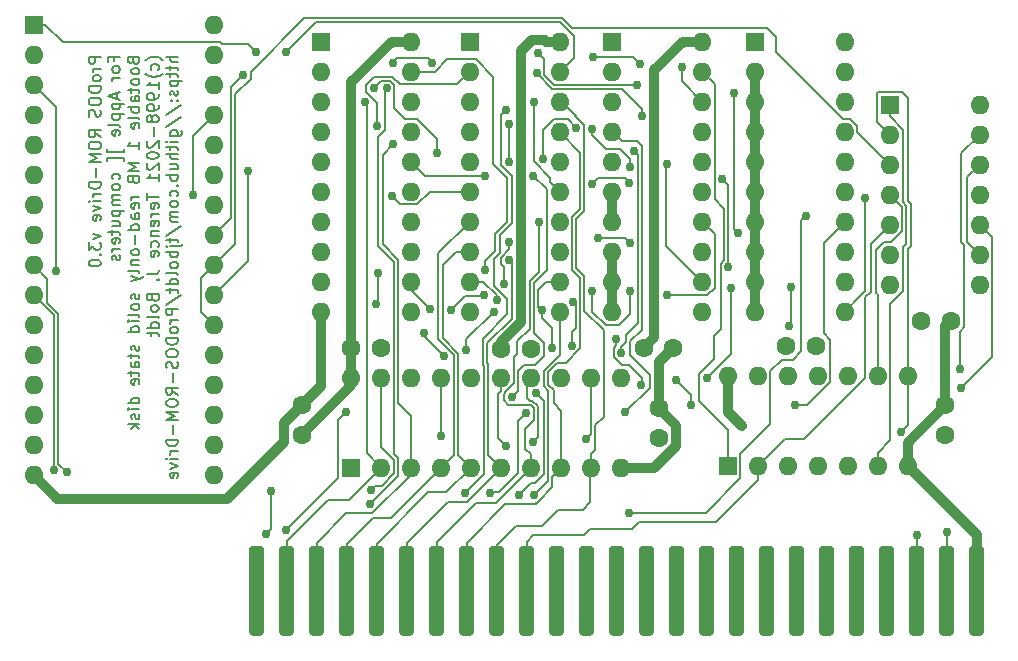
<source format=gbr>
G04 #@! TF.GenerationSoftware,KiCad,Pcbnew,(5.1.10-1-10_14)*
G04 #@! TF.CreationDate,2021-12-12T10:22:25-05:00*
G04 #@! TF.ProjectId,ProDOS ROM-Drive 3.0,50726f44-4f53-4205-924f-4d2d44726976,3.0*
G04 #@! TF.SameCoordinates,Original*
G04 #@! TF.FileFunction,Copper,L2,Bot*
G04 #@! TF.FilePolarity,Positive*
%FSLAX46Y46*%
G04 Gerber Fmt 4.6, Leading zero omitted, Abs format (unit mm)*
G04 Created by KiCad (PCBNEW (5.1.10-1-10_14)) date 2021-12-12 10:22:25*
%MOMM*%
%LPD*%
G01*
G04 APERTURE LIST*
G04 #@! TA.AperFunction,NonConductor*
%ADD10C,0.149860*%
G04 #@! TD*
G04 #@! TA.AperFunction,ComponentPad*
%ADD11O,1.600000X1.600000*%
G04 #@! TD*
G04 #@! TA.AperFunction,ComponentPad*
%ADD12R,1.600000X1.600000*%
G04 #@! TD*
G04 #@! TA.AperFunction,ComponentPad*
%ADD13C,1.600000*%
G04 #@! TD*
G04 #@! TA.AperFunction,ViaPad*
%ADD14C,0.762000*%
G04 #@! TD*
G04 #@! TA.AperFunction,Conductor*
%ADD15C,0.812800*%
G04 #@! TD*
G04 #@! TA.AperFunction,Conductor*
%ADD16C,0.177800*%
G04 #@! TD*
G04 APERTURE END LIST*
D10*
X42541008Y-27765266D02*
X41550408Y-27765266D01*
X41550408Y-28142637D01*
X41597580Y-28236980D01*
X41644751Y-28284151D01*
X41739094Y-28331323D01*
X41880608Y-28331323D01*
X41974951Y-28284151D01*
X42022122Y-28236980D01*
X42069294Y-28142637D01*
X42069294Y-27765266D01*
X42541008Y-28755866D02*
X41880608Y-28755866D01*
X42069294Y-28755866D02*
X41974951Y-28803037D01*
X41927780Y-28850209D01*
X41880608Y-28944551D01*
X41880608Y-29038894D01*
X42541008Y-29510609D02*
X42493837Y-29416266D01*
X42446665Y-29369094D01*
X42352322Y-29321923D01*
X42069294Y-29321923D01*
X41974951Y-29369094D01*
X41927780Y-29416266D01*
X41880608Y-29510609D01*
X41880608Y-29652123D01*
X41927780Y-29746466D01*
X41974951Y-29793637D01*
X42069294Y-29840809D01*
X42352322Y-29840809D01*
X42446665Y-29793637D01*
X42493837Y-29746466D01*
X42541008Y-29652123D01*
X42541008Y-29510609D01*
X42541008Y-30265351D02*
X41550408Y-30265351D01*
X41550408Y-30501209D01*
X41597580Y-30642723D01*
X41691922Y-30737066D01*
X41786265Y-30784237D01*
X41974951Y-30831409D01*
X42116465Y-30831409D01*
X42305151Y-30784237D01*
X42399494Y-30737066D01*
X42493837Y-30642723D01*
X42541008Y-30501209D01*
X42541008Y-30265351D01*
X41550408Y-31444637D02*
X41550408Y-31633323D01*
X41597580Y-31727666D01*
X41691922Y-31822009D01*
X41880608Y-31869180D01*
X42210808Y-31869180D01*
X42399494Y-31822009D01*
X42493837Y-31727666D01*
X42541008Y-31633323D01*
X42541008Y-31444637D01*
X42493837Y-31350294D01*
X42399494Y-31255951D01*
X42210808Y-31208780D01*
X41880608Y-31208780D01*
X41691922Y-31255951D01*
X41597580Y-31350294D01*
X41550408Y-31444637D01*
X42493837Y-32246551D02*
X42541008Y-32388066D01*
X42541008Y-32623923D01*
X42493837Y-32718266D01*
X42446665Y-32765437D01*
X42352322Y-32812609D01*
X42257980Y-32812609D01*
X42163637Y-32765437D01*
X42116465Y-32718266D01*
X42069294Y-32623923D01*
X42022122Y-32435237D01*
X41974951Y-32340894D01*
X41927780Y-32293723D01*
X41833437Y-32246551D01*
X41739094Y-32246551D01*
X41644751Y-32293723D01*
X41597580Y-32340894D01*
X41550408Y-32435237D01*
X41550408Y-32671094D01*
X41597580Y-32812609D01*
X42541008Y-34557951D02*
X42069294Y-34227751D01*
X42541008Y-33991894D02*
X41550408Y-33991894D01*
X41550408Y-34369266D01*
X41597580Y-34463609D01*
X41644751Y-34510780D01*
X41739094Y-34557951D01*
X41880608Y-34557951D01*
X41974951Y-34510780D01*
X42022122Y-34463609D01*
X42069294Y-34369266D01*
X42069294Y-33991894D01*
X41550408Y-35171180D02*
X41550408Y-35359866D01*
X41597580Y-35454209D01*
X41691922Y-35548551D01*
X41880608Y-35595723D01*
X42210808Y-35595723D01*
X42399494Y-35548551D01*
X42493837Y-35454209D01*
X42541008Y-35359866D01*
X42541008Y-35171180D01*
X42493837Y-35076837D01*
X42399494Y-34982494D01*
X42210808Y-34935323D01*
X41880608Y-34935323D01*
X41691922Y-34982494D01*
X41597580Y-35076837D01*
X41550408Y-35171180D01*
X42541008Y-36020266D02*
X41550408Y-36020266D01*
X42257980Y-36350466D01*
X41550408Y-36680666D01*
X42541008Y-36680666D01*
X42163637Y-37152380D02*
X42163637Y-37907123D01*
X42541008Y-38378837D02*
X41550408Y-38378837D01*
X41550408Y-38614694D01*
X41597580Y-38756209D01*
X41691922Y-38850551D01*
X41786265Y-38897723D01*
X41974951Y-38944894D01*
X42116465Y-38944894D01*
X42305151Y-38897723D01*
X42399494Y-38850551D01*
X42493837Y-38756209D01*
X42541008Y-38614694D01*
X42541008Y-38378837D01*
X42541008Y-39369437D02*
X41880608Y-39369437D01*
X42069294Y-39369437D02*
X41974951Y-39416609D01*
X41927780Y-39463780D01*
X41880608Y-39558123D01*
X41880608Y-39652466D01*
X42541008Y-39982666D02*
X41880608Y-39982666D01*
X41550408Y-39982666D02*
X41597580Y-39935494D01*
X41644751Y-39982666D01*
X41597580Y-40029837D01*
X41550408Y-39982666D01*
X41644751Y-39982666D01*
X41880608Y-40360037D02*
X42541008Y-40595894D01*
X41880608Y-40831751D01*
X42493837Y-41586494D02*
X42541008Y-41492151D01*
X42541008Y-41303466D01*
X42493837Y-41209123D01*
X42399494Y-41161951D01*
X42022122Y-41161951D01*
X41927780Y-41209123D01*
X41880608Y-41303466D01*
X41880608Y-41492151D01*
X41927780Y-41586494D01*
X42022122Y-41633666D01*
X42116465Y-41633666D01*
X42210808Y-41161951D01*
X41880608Y-42718609D02*
X42541008Y-42954466D01*
X41880608Y-43190323D01*
X41550408Y-43473351D02*
X41550408Y-44086580D01*
X41927780Y-43756380D01*
X41927780Y-43897894D01*
X41974951Y-43992237D01*
X42022122Y-44039409D01*
X42116465Y-44086580D01*
X42352322Y-44086580D01*
X42446665Y-44039409D01*
X42493837Y-43992237D01*
X42541008Y-43897894D01*
X42541008Y-43614866D01*
X42493837Y-43520523D01*
X42446665Y-43473351D01*
X42446665Y-44511123D02*
X42493837Y-44558294D01*
X42541008Y-44511123D01*
X42493837Y-44463951D01*
X42446665Y-44511123D01*
X42541008Y-44511123D01*
X41550408Y-45171523D02*
X41550408Y-45265866D01*
X41597580Y-45360209D01*
X41644751Y-45407380D01*
X41739094Y-45454551D01*
X41927780Y-45501723D01*
X42163637Y-45501723D01*
X42352322Y-45454551D01*
X42446665Y-45407380D01*
X42493837Y-45360209D01*
X42541008Y-45265866D01*
X42541008Y-45171523D01*
X42493837Y-45077180D01*
X42446665Y-45030009D01*
X42352322Y-44982837D01*
X42163637Y-44935666D01*
X41927780Y-44935666D01*
X41739094Y-44982837D01*
X41644751Y-45030009D01*
X41597580Y-45077180D01*
X41550408Y-45171523D01*
X43657882Y-28095466D02*
X43657882Y-27765266D01*
X44176768Y-27765266D02*
X43186168Y-27765266D01*
X43186168Y-28236980D01*
X44176768Y-28755866D02*
X44129597Y-28661523D01*
X44082425Y-28614351D01*
X43988082Y-28567180D01*
X43705054Y-28567180D01*
X43610711Y-28614351D01*
X43563540Y-28661523D01*
X43516368Y-28755866D01*
X43516368Y-28897380D01*
X43563540Y-28991723D01*
X43610711Y-29038894D01*
X43705054Y-29086066D01*
X43988082Y-29086066D01*
X44082425Y-29038894D01*
X44129597Y-28991723D01*
X44176768Y-28897380D01*
X44176768Y-28755866D01*
X44176768Y-29510609D02*
X43516368Y-29510609D01*
X43705054Y-29510609D02*
X43610711Y-29557780D01*
X43563540Y-29604951D01*
X43516368Y-29699294D01*
X43516368Y-29793637D01*
X43893740Y-30831409D02*
X43893740Y-31303123D01*
X44176768Y-30737066D02*
X43186168Y-31067266D01*
X44176768Y-31397466D01*
X43516368Y-31727666D02*
X44506968Y-31727666D01*
X43563540Y-31727666D02*
X43516368Y-31822009D01*
X43516368Y-32010694D01*
X43563540Y-32105037D01*
X43610711Y-32152209D01*
X43705054Y-32199380D01*
X43988082Y-32199380D01*
X44082425Y-32152209D01*
X44129597Y-32105037D01*
X44176768Y-32010694D01*
X44176768Y-31822009D01*
X44129597Y-31727666D01*
X43516368Y-32623923D02*
X44506968Y-32623923D01*
X43563540Y-32623923D02*
X43516368Y-32718266D01*
X43516368Y-32906951D01*
X43563540Y-33001294D01*
X43610711Y-33048466D01*
X43705054Y-33095637D01*
X43988082Y-33095637D01*
X44082425Y-33048466D01*
X44129597Y-33001294D01*
X44176768Y-32906951D01*
X44176768Y-32718266D01*
X44129597Y-32623923D01*
X44176768Y-33661694D02*
X44129597Y-33567351D01*
X44035254Y-33520180D01*
X43186168Y-33520180D01*
X44129597Y-34416437D02*
X44176768Y-34322094D01*
X44176768Y-34133408D01*
X44129597Y-34039066D01*
X44035254Y-33991894D01*
X43657882Y-33991894D01*
X43563540Y-34039066D01*
X43516368Y-34133408D01*
X43516368Y-34322094D01*
X43563540Y-34416437D01*
X43657882Y-34463608D01*
X43752225Y-34463608D01*
X43846568Y-33991894D01*
X44506968Y-35548551D02*
X44506968Y-35784408D01*
X43091825Y-35784408D01*
X43091825Y-35548551D01*
X44506968Y-36586323D02*
X44506968Y-36350466D01*
X43091825Y-36350466D01*
X43091825Y-36586323D01*
X44129597Y-38142980D02*
X44176768Y-38048637D01*
X44176768Y-37859951D01*
X44129597Y-37765608D01*
X44082425Y-37718437D01*
X43988082Y-37671266D01*
X43705054Y-37671266D01*
X43610711Y-37718437D01*
X43563540Y-37765608D01*
X43516368Y-37859951D01*
X43516368Y-38048637D01*
X43563540Y-38142980D01*
X44176768Y-38709037D02*
X44129597Y-38614694D01*
X44082425Y-38567523D01*
X43988082Y-38520351D01*
X43705054Y-38520351D01*
X43610711Y-38567523D01*
X43563540Y-38614694D01*
X43516368Y-38709037D01*
X43516368Y-38850551D01*
X43563540Y-38944894D01*
X43610711Y-38992066D01*
X43705054Y-39039237D01*
X43988082Y-39039237D01*
X44082425Y-38992066D01*
X44129597Y-38944894D01*
X44176768Y-38850551D01*
X44176768Y-38709037D01*
X44176768Y-39463780D02*
X43516368Y-39463780D01*
X43610711Y-39463780D02*
X43563540Y-39510951D01*
X43516368Y-39605294D01*
X43516368Y-39746808D01*
X43563540Y-39841151D01*
X43657882Y-39888323D01*
X44176768Y-39888323D01*
X43657882Y-39888323D02*
X43563540Y-39935494D01*
X43516368Y-40029837D01*
X43516368Y-40171351D01*
X43563540Y-40265694D01*
X43657882Y-40312866D01*
X44176768Y-40312866D01*
X43516368Y-40784580D02*
X44506968Y-40784580D01*
X43563540Y-40784580D02*
X43516368Y-40878923D01*
X43516368Y-41067608D01*
X43563540Y-41161951D01*
X43610711Y-41209123D01*
X43705054Y-41256294D01*
X43988082Y-41256294D01*
X44082425Y-41209123D01*
X44129597Y-41161951D01*
X44176768Y-41067608D01*
X44176768Y-40878923D01*
X44129597Y-40784580D01*
X43516368Y-42105380D02*
X44176768Y-42105380D01*
X43516368Y-41680837D02*
X44035254Y-41680837D01*
X44129597Y-41728008D01*
X44176768Y-41822351D01*
X44176768Y-41963866D01*
X44129597Y-42058208D01*
X44082425Y-42105380D01*
X43516368Y-42435580D02*
X43516368Y-42812951D01*
X43186168Y-42577094D02*
X44035254Y-42577094D01*
X44129597Y-42624266D01*
X44176768Y-42718608D01*
X44176768Y-42812951D01*
X44129597Y-43520523D02*
X44176768Y-43426180D01*
X44176768Y-43237494D01*
X44129597Y-43143151D01*
X44035254Y-43095980D01*
X43657882Y-43095980D01*
X43563540Y-43143151D01*
X43516368Y-43237494D01*
X43516368Y-43426180D01*
X43563540Y-43520523D01*
X43657882Y-43567694D01*
X43752225Y-43567694D01*
X43846568Y-43095980D01*
X44176768Y-43992237D02*
X43516368Y-43992237D01*
X43705054Y-43992237D02*
X43610711Y-44039408D01*
X43563540Y-44086580D01*
X43516368Y-44180923D01*
X43516368Y-44275266D01*
X44129597Y-44558294D02*
X44176768Y-44652637D01*
X44176768Y-44841323D01*
X44129597Y-44935666D01*
X44035254Y-44982837D01*
X43988082Y-44982837D01*
X43893740Y-44935666D01*
X43846568Y-44841323D01*
X43846568Y-44699808D01*
X43799397Y-44605466D01*
X43705054Y-44558294D01*
X43657882Y-44558294D01*
X43563540Y-44605466D01*
X43516368Y-44699808D01*
X43516368Y-44841323D01*
X43563540Y-44935666D01*
X45293642Y-28095466D02*
X45340814Y-28236980D01*
X45387985Y-28284151D01*
X45482328Y-28331323D01*
X45623842Y-28331323D01*
X45718185Y-28284151D01*
X45765357Y-28236980D01*
X45812528Y-28142637D01*
X45812528Y-27765266D01*
X44821928Y-27765266D01*
X44821928Y-28095466D01*
X44869100Y-28189809D01*
X44916271Y-28236980D01*
X45010614Y-28284151D01*
X45104957Y-28284151D01*
X45199300Y-28236980D01*
X45246471Y-28189809D01*
X45293642Y-28095466D01*
X45293642Y-27765266D01*
X45812528Y-28897380D02*
X45765357Y-28803037D01*
X45718185Y-28755866D01*
X45623842Y-28708694D01*
X45340814Y-28708694D01*
X45246471Y-28755866D01*
X45199300Y-28803037D01*
X45152128Y-28897380D01*
X45152128Y-29038894D01*
X45199300Y-29133237D01*
X45246471Y-29180409D01*
X45340814Y-29227580D01*
X45623842Y-29227580D01*
X45718185Y-29180409D01*
X45765357Y-29133237D01*
X45812528Y-29038894D01*
X45812528Y-28897380D01*
X45812528Y-29793637D02*
X45765357Y-29699294D01*
X45718185Y-29652123D01*
X45623842Y-29604951D01*
X45340814Y-29604951D01*
X45246471Y-29652123D01*
X45199300Y-29699294D01*
X45152128Y-29793637D01*
X45152128Y-29935151D01*
X45199300Y-30029494D01*
X45246471Y-30076666D01*
X45340814Y-30123837D01*
X45623842Y-30123837D01*
X45718185Y-30076666D01*
X45765357Y-30029494D01*
X45812528Y-29935151D01*
X45812528Y-29793637D01*
X45152128Y-30406866D02*
X45152128Y-30784237D01*
X44821928Y-30548380D02*
X45671014Y-30548380D01*
X45765357Y-30595551D01*
X45812528Y-30689894D01*
X45812528Y-30784237D01*
X45812528Y-31538980D02*
X45293642Y-31538980D01*
X45199300Y-31491809D01*
X45152128Y-31397466D01*
X45152128Y-31208780D01*
X45199300Y-31114437D01*
X45765357Y-31538980D02*
X45812528Y-31444637D01*
X45812528Y-31208780D01*
X45765357Y-31114437D01*
X45671014Y-31067266D01*
X45576671Y-31067266D01*
X45482328Y-31114437D01*
X45435157Y-31208780D01*
X45435157Y-31444637D01*
X45387985Y-31538980D01*
X45812528Y-32010694D02*
X44821928Y-32010694D01*
X45199300Y-32010694D02*
X45152128Y-32105037D01*
X45152128Y-32293723D01*
X45199300Y-32388066D01*
X45246471Y-32435237D01*
X45340814Y-32482409D01*
X45623842Y-32482409D01*
X45718185Y-32435237D01*
X45765357Y-32388066D01*
X45812528Y-32293723D01*
X45812528Y-32105037D01*
X45765357Y-32010694D01*
X45812528Y-33048466D02*
X45765357Y-32954123D01*
X45671014Y-32906951D01*
X44821928Y-32906951D01*
X45765357Y-33803208D02*
X45812528Y-33708866D01*
X45812528Y-33520180D01*
X45765357Y-33425837D01*
X45671014Y-33378666D01*
X45293642Y-33378666D01*
X45199300Y-33425837D01*
X45152128Y-33520180D01*
X45152128Y-33708866D01*
X45199300Y-33803208D01*
X45293642Y-33850380D01*
X45387985Y-33850380D01*
X45482328Y-33378666D01*
X45812528Y-35548551D02*
X45812528Y-34982494D01*
X45812528Y-35265523D02*
X44821928Y-35265523D01*
X44963442Y-35171180D01*
X45057785Y-35076837D01*
X45104957Y-34982494D01*
X45812528Y-36727837D02*
X44821928Y-36727837D01*
X45529500Y-37058037D01*
X44821928Y-37388237D01*
X45812528Y-37388237D01*
X45293642Y-38190151D02*
X45340814Y-38331666D01*
X45387985Y-38378837D01*
X45482328Y-38426009D01*
X45623842Y-38426009D01*
X45718185Y-38378837D01*
X45765357Y-38331666D01*
X45812528Y-38237323D01*
X45812528Y-37859951D01*
X44821928Y-37859951D01*
X44821928Y-38190151D01*
X44869100Y-38284494D01*
X44916271Y-38331666D01*
X45010614Y-38378837D01*
X45104957Y-38378837D01*
X45199300Y-38331666D01*
X45246471Y-38284494D01*
X45293642Y-38190151D01*
X45293642Y-37859951D01*
X45812528Y-39605294D02*
X45152128Y-39605294D01*
X45340814Y-39605294D02*
X45246471Y-39652466D01*
X45199300Y-39699637D01*
X45152128Y-39793980D01*
X45152128Y-39888323D01*
X45765357Y-40595894D02*
X45812528Y-40501551D01*
X45812528Y-40312866D01*
X45765357Y-40218523D01*
X45671014Y-40171351D01*
X45293642Y-40171351D01*
X45199300Y-40218523D01*
X45152128Y-40312866D01*
X45152128Y-40501551D01*
X45199300Y-40595894D01*
X45293642Y-40643066D01*
X45387985Y-40643066D01*
X45482328Y-40171351D01*
X45812528Y-41492151D02*
X45293642Y-41492151D01*
X45199300Y-41444980D01*
X45152128Y-41350637D01*
X45152128Y-41161951D01*
X45199300Y-41067608D01*
X45765357Y-41492151D02*
X45812528Y-41397808D01*
X45812528Y-41161951D01*
X45765357Y-41067608D01*
X45671014Y-41020437D01*
X45576671Y-41020437D01*
X45482328Y-41067608D01*
X45435157Y-41161951D01*
X45435157Y-41397808D01*
X45387985Y-41492151D01*
X45812528Y-42388408D02*
X44821928Y-42388408D01*
X45765357Y-42388408D02*
X45812528Y-42294066D01*
X45812528Y-42105380D01*
X45765357Y-42011037D01*
X45718185Y-41963866D01*
X45623842Y-41916694D01*
X45340814Y-41916694D01*
X45246471Y-41963866D01*
X45199300Y-42011037D01*
X45152128Y-42105380D01*
X45152128Y-42294066D01*
X45199300Y-42388408D01*
X45435157Y-42860123D02*
X45435157Y-43614866D01*
X45812528Y-44228094D02*
X45765357Y-44133751D01*
X45718185Y-44086580D01*
X45623842Y-44039408D01*
X45340814Y-44039408D01*
X45246471Y-44086580D01*
X45199300Y-44133751D01*
X45152128Y-44228094D01*
X45152128Y-44369608D01*
X45199300Y-44463951D01*
X45246471Y-44511123D01*
X45340814Y-44558294D01*
X45623842Y-44558294D01*
X45718185Y-44511123D01*
X45765357Y-44463951D01*
X45812528Y-44369608D01*
X45812528Y-44228094D01*
X45152128Y-44982837D02*
X45812528Y-44982837D01*
X45246471Y-44982837D02*
X45199300Y-45030008D01*
X45152128Y-45124351D01*
X45152128Y-45265866D01*
X45199300Y-45360208D01*
X45293642Y-45407380D01*
X45812528Y-45407380D01*
X45812528Y-46020608D02*
X45765357Y-45926266D01*
X45671014Y-45879094D01*
X44821928Y-45879094D01*
X45152128Y-46303637D02*
X45812528Y-46539494D01*
X45152128Y-46775351D02*
X45812528Y-46539494D01*
X46048385Y-46445151D01*
X46095557Y-46397980D01*
X46142728Y-46303637D01*
X45765357Y-47860294D02*
X45812528Y-47954637D01*
X45812528Y-48143323D01*
X45765357Y-48237666D01*
X45671014Y-48284837D01*
X45623842Y-48284837D01*
X45529500Y-48237666D01*
X45482328Y-48143323D01*
X45482328Y-48001808D01*
X45435157Y-47907466D01*
X45340814Y-47860294D01*
X45293642Y-47860294D01*
X45199300Y-47907466D01*
X45152128Y-48001808D01*
X45152128Y-48143323D01*
X45199300Y-48237666D01*
X45812528Y-48850894D02*
X45765357Y-48756551D01*
X45718185Y-48709380D01*
X45623842Y-48662208D01*
X45340814Y-48662208D01*
X45246471Y-48709380D01*
X45199300Y-48756551D01*
X45152128Y-48850894D01*
X45152128Y-48992408D01*
X45199300Y-49086751D01*
X45246471Y-49133923D01*
X45340814Y-49181094D01*
X45623842Y-49181094D01*
X45718185Y-49133923D01*
X45765357Y-49086751D01*
X45812528Y-48992408D01*
X45812528Y-48850894D01*
X45812528Y-49747151D02*
X45765357Y-49652808D01*
X45671014Y-49605637D01*
X44821928Y-49605637D01*
X45812528Y-50124523D02*
X45152128Y-50124523D01*
X44821928Y-50124523D02*
X44869100Y-50077351D01*
X44916271Y-50124523D01*
X44869100Y-50171694D01*
X44821928Y-50124523D01*
X44916271Y-50124523D01*
X45812528Y-51020780D02*
X44821928Y-51020780D01*
X45765357Y-51020780D02*
X45812528Y-50926437D01*
X45812528Y-50737751D01*
X45765357Y-50643408D01*
X45718185Y-50596237D01*
X45623842Y-50549066D01*
X45340814Y-50549066D01*
X45246471Y-50596237D01*
X45199300Y-50643408D01*
X45152128Y-50737751D01*
X45152128Y-50926437D01*
X45199300Y-51020780D01*
X45765357Y-52200066D02*
X45812528Y-52294408D01*
X45812528Y-52483094D01*
X45765357Y-52577437D01*
X45671014Y-52624608D01*
X45623842Y-52624608D01*
X45529500Y-52577437D01*
X45482328Y-52483094D01*
X45482328Y-52341580D01*
X45435157Y-52247237D01*
X45340814Y-52200066D01*
X45293642Y-52200066D01*
X45199300Y-52247237D01*
X45152128Y-52341580D01*
X45152128Y-52483094D01*
X45199300Y-52577437D01*
X45152128Y-52907637D02*
X45152128Y-53285008D01*
X44821928Y-53049151D02*
X45671014Y-53049151D01*
X45765357Y-53096323D01*
X45812528Y-53190666D01*
X45812528Y-53285008D01*
X45812528Y-54039751D02*
X45293642Y-54039751D01*
X45199300Y-53992580D01*
X45152128Y-53898237D01*
X45152128Y-53709551D01*
X45199300Y-53615208D01*
X45765357Y-54039751D02*
X45812528Y-53945408D01*
X45812528Y-53709551D01*
X45765357Y-53615208D01*
X45671014Y-53568037D01*
X45576671Y-53568037D01*
X45482328Y-53615208D01*
X45435157Y-53709551D01*
X45435157Y-53945408D01*
X45387985Y-54039751D01*
X45152128Y-54369951D02*
X45152128Y-54747323D01*
X44821928Y-54511466D02*
X45671014Y-54511466D01*
X45765357Y-54558637D01*
X45812528Y-54652980D01*
X45812528Y-54747323D01*
X45765357Y-55454894D02*
X45812528Y-55360551D01*
X45812528Y-55171866D01*
X45765357Y-55077523D01*
X45671014Y-55030351D01*
X45293642Y-55030351D01*
X45199300Y-55077523D01*
X45152128Y-55171866D01*
X45152128Y-55360551D01*
X45199300Y-55454894D01*
X45293642Y-55502066D01*
X45387985Y-55502066D01*
X45482328Y-55030351D01*
X45812528Y-57105894D02*
X44821928Y-57105894D01*
X45765357Y-57105894D02*
X45812528Y-57011551D01*
X45812528Y-56822866D01*
X45765357Y-56728523D01*
X45718185Y-56681351D01*
X45623842Y-56634180D01*
X45340814Y-56634180D01*
X45246471Y-56681351D01*
X45199300Y-56728523D01*
X45152128Y-56822866D01*
X45152128Y-57011551D01*
X45199300Y-57105894D01*
X45812528Y-57577608D02*
X45152128Y-57577608D01*
X44821928Y-57577608D02*
X44869100Y-57530437D01*
X44916271Y-57577608D01*
X44869100Y-57624780D01*
X44821928Y-57577608D01*
X44916271Y-57577608D01*
X45765357Y-58002151D02*
X45812528Y-58096494D01*
X45812528Y-58285180D01*
X45765357Y-58379523D01*
X45671014Y-58426694D01*
X45623842Y-58426694D01*
X45529500Y-58379523D01*
X45482328Y-58285180D01*
X45482328Y-58143666D01*
X45435157Y-58049323D01*
X45340814Y-58002151D01*
X45293642Y-58002151D01*
X45199300Y-58049323D01*
X45152128Y-58143666D01*
X45152128Y-58285180D01*
X45199300Y-58379523D01*
X45812528Y-58851237D02*
X44821928Y-58851237D01*
X45435157Y-58945580D02*
X45812528Y-59228608D01*
X45152128Y-59228608D02*
X45529500Y-58851237D01*
X47825660Y-28048294D02*
X47778488Y-28001123D01*
X47636974Y-27906780D01*
X47542631Y-27859609D01*
X47401117Y-27812437D01*
X47165260Y-27765266D01*
X46976574Y-27765266D01*
X46740717Y-27812437D01*
X46599202Y-27859609D01*
X46504860Y-27906780D01*
X46363345Y-28001123D01*
X46316174Y-28048294D01*
X47401117Y-28850209D02*
X47448288Y-28755866D01*
X47448288Y-28567180D01*
X47401117Y-28472837D01*
X47353945Y-28425666D01*
X47259602Y-28378494D01*
X46976574Y-28378494D01*
X46882231Y-28425666D01*
X46835060Y-28472837D01*
X46787888Y-28567180D01*
X46787888Y-28755866D01*
X46835060Y-28850209D01*
X47825660Y-29180409D02*
X47778488Y-29227580D01*
X47636974Y-29321923D01*
X47542631Y-29369094D01*
X47401117Y-29416266D01*
X47165260Y-29463437D01*
X46976574Y-29463437D01*
X46740717Y-29416266D01*
X46599202Y-29369094D01*
X46504860Y-29321923D01*
X46363345Y-29227580D01*
X46316174Y-29180409D01*
X47448288Y-30454037D02*
X47448288Y-29887980D01*
X47448288Y-30171009D02*
X46457688Y-30171009D01*
X46599202Y-30076666D01*
X46693545Y-29982323D01*
X46740717Y-29887980D01*
X47448288Y-30925751D02*
X47448288Y-31114437D01*
X47401117Y-31208780D01*
X47353945Y-31255951D01*
X47212431Y-31350294D01*
X47023745Y-31397466D01*
X46646374Y-31397466D01*
X46552031Y-31350294D01*
X46504860Y-31303123D01*
X46457688Y-31208780D01*
X46457688Y-31020094D01*
X46504860Y-30925751D01*
X46552031Y-30878580D01*
X46646374Y-30831409D01*
X46882231Y-30831409D01*
X46976574Y-30878580D01*
X47023745Y-30925751D01*
X47070917Y-31020094D01*
X47070917Y-31208780D01*
X47023745Y-31303123D01*
X46976574Y-31350294D01*
X46882231Y-31397466D01*
X47448288Y-31869180D02*
X47448288Y-32057866D01*
X47401117Y-32152209D01*
X47353945Y-32199380D01*
X47212431Y-32293723D01*
X47023745Y-32340894D01*
X46646374Y-32340894D01*
X46552031Y-32293723D01*
X46504860Y-32246551D01*
X46457688Y-32152209D01*
X46457688Y-31963523D01*
X46504860Y-31869180D01*
X46552031Y-31822009D01*
X46646374Y-31774837D01*
X46882231Y-31774837D01*
X46976574Y-31822009D01*
X47023745Y-31869180D01*
X47070917Y-31963523D01*
X47070917Y-32152209D01*
X47023745Y-32246551D01*
X46976574Y-32293723D01*
X46882231Y-32340894D01*
X46882231Y-32906951D02*
X46835060Y-32812609D01*
X46787888Y-32765437D01*
X46693545Y-32718266D01*
X46646374Y-32718266D01*
X46552031Y-32765437D01*
X46504860Y-32812609D01*
X46457688Y-32906951D01*
X46457688Y-33095637D01*
X46504860Y-33189980D01*
X46552031Y-33237151D01*
X46646374Y-33284323D01*
X46693545Y-33284323D01*
X46787888Y-33237151D01*
X46835060Y-33189980D01*
X46882231Y-33095637D01*
X46882231Y-32906951D01*
X46929402Y-32812609D01*
X46976574Y-32765437D01*
X47070917Y-32718266D01*
X47259602Y-32718266D01*
X47353945Y-32765437D01*
X47401117Y-32812609D01*
X47448288Y-32906951D01*
X47448288Y-33095637D01*
X47401117Y-33189980D01*
X47353945Y-33237151D01*
X47259602Y-33284323D01*
X47070917Y-33284323D01*
X46976574Y-33237151D01*
X46929402Y-33189980D01*
X46882231Y-33095637D01*
X47070917Y-33708866D02*
X47070917Y-34463609D01*
X46552031Y-34888151D02*
X46504860Y-34935323D01*
X46457688Y-35029666D01*
X46457688Y-35265523D01*
X46504860Y-35359866D01*
X46552031Y-35407037D01*
X46646374Y-35454208D01*
X46740717Y-35454208D01*
X46882231Y-35407037D01*
X47448288Y-34840980D01*
X47448288Y-35454208D01*
X46457688Y-36067437D02*
X46457688Y-36161780D01*
X46504860Y-36256123D01*
X46552031Y-36303294D01*
X46646374Y-36350466D01*
X46835060Y-36397637D01*
X47070917Y-36397637D01*
X47259602Y-36350466D01*
X47353945Y-36303294D01*
X47401117Y-36256123D01*
X47448288Y-36161780D01*
X47448288Y-36067437D01*
X47401117Y-35973094D01*
X47353945Y-35925923D01*
X47259602Y-35878751D01*
X47070917Y-35831580D01*
X46835060Y-35831580D01*
X46646374Y-35878751D01*
X46552031Y-35925923D01*
X46504860Y-35973094D01*
X46457688Y-36067437D01*
X46552031Y-36775008D02*
X46504860Y-36822180D01*
X46457688Y-36916523D01*
X46457688Y-37152380D01*
X46504860Y-37246723D01*
X46552031Y-37293894D01*
X46646374Y-37341066D01*
X46740717Y-37341066D01*
X46882231Y-37293894D01*
X47448288Y-36727837D01*
X47448288Y-37341066D01*
X47448288Y-38284494D02*
X47448288Y-37718437D01*
X47448288Y-38001466D02*
X46457688Y-38001466D01*
X46599202Y-37907123D01*
X46693545Y-37812780D01*
X46740717Y-37718437D01*
X46457688Y-39322266D02*
X46457688Y-39888323D01*
X47448288Y-39605294D02*
X46457688Y-39605294D01*
X47401117Y-40595894D02*
X47448288Y-40501551D01*
X47448288Y-40312866D01*
X47401117Y-40218523D01*
X47306774Y-40171351D01*
X46929402Y-40171351D01*
X46835060Y-40218523D01*
X46787888Y-40312866D01*
X46787888Y-40501551D01*
X46835060Y-40595894D01*
X46929402Y-40643066D01*
X47023745Y-40643066D01*
X47118088Y-40171351D01*
X47448288Y-41067608D02*
X46787888Y-41067608D01*
X46976574Y-41067608D02*
X46882231Y-41114780D01*
X46835060Y-41161951D01*
X46787888Y-41256294D01*
X46787888Y-41350637D01*
X47401117Y-42058208D02*
X47448288Y-41963866D01*
X47448288Y-41775180D01*
X47401117Y-41680837D01*
X47306774Y-41633666D01*
X46929402Y-41633666D01*
X46835060Y-41680837D01*
X46787888Y-41775180D01*
X46787888Y-41963866D01*
X46835060Y-42058208D01*
X46929402Y-42105380D01*
X47023745Y-42105380D01*
X47118088Y-41633666D01*
X46787888Y-42529923D02*
X47448288Y-42529923D01*
X46882231Y-42529923D02*
X46835060Y-42577094D01*
X46787888Y-42671437D01*
X46787888Y-42812951D01*
X46835060Y-42907294D01*
X46929402Y-42954466D01*
X47448288Y-42954466D01*
X47401117Y-43850723D02*
X47448288Y-43756380D01*
X47448288Y-43567694D01*
X47401117Y-43473351D01*
X47353945Y-43426180D01*
X47259602Y-43379008D01*
X46976574Y-43379008D01*
X46882231Y-43426180D01*
X46835060Y-43473351D01*
X46787888Y-43567694D01*
X46787888Y-43756380D01*
X46835060Y-43850723D01*
X47401117Y-44652637D02*
X47448288Y-44558294D01*
X47448288Y-44369608D01*
X47401117Y-44275266D01*
X47306774Y-44228094D01*
X46929402Y-44228094D01*
X46835060Y-44275266D01*
X46787888Y-44369608D01*
X46787888Y-44558294D01*
X46835060Y-44652637D01*
X46929402Y-44699808D01*
X47023745Y-44699808D01*
X47118088Y-44228094D01*
X46457688Y-46162123D02*
X47165260Y-46162123D01*
X47306774Y-46114951D01*
X47401117Y-46020608D01*
X47448288Y-45879094D01*
X47448288Y-45784751D01*
X47353945Y-46633837D02*
X47401117Y-46681008D01*
X47448288Y-46633837D01*
X47401117Y-46586666D01*
X47353945Y-46633837D01*
X47448288Y-46633837D01*
X46929402Y-48190494D02*
X46976574Y-48332008D01*
X47023745Y-48379180D01*
X47118088Y-48426351D01*
X47259602Y-48426351D01*
X47353945Y-48379180D01*
X47401117Y-48332008D01*
X47448288Y-48237666D01*
X47448288Y-47860294D01*
X46457688Y-47860294D01*
X46457688Y-48190494D01*
X46504860Y-48284837D01*
X46552031Y-48332008D01*
X46646374Y-48379180D01*
X46740717Y-48379180D01*
X46835060Y-48332008D01*
X46882231Y-48284837D01*
X46929402Y-48190494D01*
X46929402Y-47860294D01*
X47448288Y-48992408D02*
X47401117Y-48898066D01*
X47353945Y-48850894D01*
X47259602Y-48803723D01*
X46976574Y-48803723D01*
X46882231Y-48850894D01*
X46835060Y-48898066D01*
X46787888Y-48992408D01*
X46787888Y-49133923D01*
X46835060Y-49228266D01*
X46882231Y-49275437D01*
X46976574Y-49322608D01*
X47259602Y-49322608D01*
X47353945Y-49275437D01*
X47401117Y-49228266D01*
X47448288Y-49133923D01*
X47448288Y-48992408D01*
X47448288Y-49888666D02*
X47401117Y-49794323D01*
X47306774Y-49747151D01*
X46457688Y-49747151D01*
X47448288Y-50690580D02*
X46457688Y-50690580D01*
X47401117Y-50690580D02*
X47448288Y-50596237D01*
X47448288Y-50407551D01*
X47401117Y-50313208D01*
X47353945Y-50266037D01*
X47259602Y-50218866D01*
X46976574Y-50218866D01*
X46882231Y-50266037D01*
X46835060Y-50313208D01*
X46787888Y-50407551D01*
X46787888Y-50596237D01*
X46835060Y-50690580D01*
X46787888Y-51020780D02*
X46787888Y-51398151D01*
X46457688Y-51162294D02*
X47306774Y-51162294D01*
X47401117Y-51209466D01*
X47448288Y-51303808D01*
X47448288Y-51398151D01*
X49084048Y-27765266D02*
X48093448Y-27765266D01*
X49084048Y-28189809D02*
X48565162Y-28189809D01*
X48470820Y-28142637D01*
X48423648Y-28048294D01*
X48423648Y-27906780D01*
X48470820Y-27812437D01*
X48517991Y-27765266D01*
X48423648Y-28520009D02*
X48423648Y-28897380D01*
X48093448Y-28661523D02*
X48942534Y-28661523D01*
X49036877Y-28708694D01*
X49084048Y-28803037D01*
X49084048Y-28897380D01*
X48423648Y-29086066D02*
X48423648Y-29463437D01*
X48093448Y-29227580D02*
X48942534Y-29227580D01*
X49036877Y-29274751D01*
X49084048Y-29369094D01*
X49084048Y-29463437D01*
X48423648Y-29793637D02*
X49414248Y-29793637D01*
X48470820Y-29793637D02*
X48423648Y-29887980D01*
X48423648Y-30076666D01*
X48470820Y-30171009D01*
X48517991Y-30218180D01*
X48612334Y-30265351D01*
X48895362Y-30265351D01*
X48989705Y-30218180D01*
X49036877Y-30171009D01*
X49084048Y-30076666D01*
X49084048Y-29887980D01*
X49036877Y-29793637D01*
X49036877Y-30642723D02*
X49084048Y-30737066D01*
X49084048Y-30925751D01*
X49036877Y-31020094D01*
X48942534Y-31067266D01*
X48895362Y-31067266D01*
X48801020Y-31020094D01*
X48753848Y-30925751D01*
X48753848Y-30784237D01*
X48706677Y-30689894D01*
X48612334Y-30642723D01*
X48565162Y-30642723D01*
X48470820Y-30689894D01*
X48423648Y-30784237D01*
X48423648Y-30925751D01*
X48470820Y-31020094D01*
X48989705Y-31491809D02*
X49036877Y-31538980D01*
X49084048Y-31491809D01*
X49036877Y-31444637D01*
X48989705Y-31491809D01*
X49084048Y-31491809D01*
X48470820Y-31491809D02*
X48517991Y-31538980D01*
X48565162Y-31491809D01*
X48517991Y-31444637D01*
X48470820Y-31491809D01*
X48565162Y-31491809D01*
X48046277Y-32671094D02*
X49319905Y-31822009D01*
X48046277Y-33708866D02*
X49319905Y-32859780D01*
X48423648Y-34463609D02*
X49225562Y-34463609D01*
X49319905Y-34416437D01*
X49367077Y-34369266D01*
X49414248Y-34274923D01*
X49414248Y-34133409D01*
X49367077Y-34039066D01*
X49036877Y-34463609D02*
X49084048Y-34369266D01*
X49084048Y-34180580D01*
X49036877Y-34086237D01*
X48989705Y-34039066D01*
X48895362Y-33991894D01*
X48612334Y-33991894D01*
X48517991Y-34039066D01*
X48470820Y-34086237D01*
X48423648Y-34180580D01*
X48423648Y-34369266D01*
X48470820Y-34463609D01*
X49084048Y-34935323D02*
X48423648Y-34935323D01*
X48093448Y-34935323D02*
X48140620Y-34888151D01*
X48187791Y-34935323D01*
X48140620Y-34982494D01*
X48093448Y-34935323D01*
X48187791Y-34935323D01*
X48423648Y-35265523D02*
X48423648Y-35642894D01*
X48093448Y-35407037D02*
X48942534Y-35407037D01*
X49036877Y-35454209D01*
X49084048Y-35548551D01*
X49084048Y-35642894D01*
X49084048Y-35973094D02*
X48093448Y-35973094D01*
X49084048Y-36397637D02*
X48565162Y-36397637D01*
X48470820Y-36350466D01*
X48423648Y-36256123D01*
X48423648Y-36114609D01*
X48470820Y-36020266D01*
X48517991Y-35973094D01*
X48423648Y-37293894D02*
X49084048Y-37293894D01*
X48423648Y-36869351D02*
X48942534Y-36869351D01*
X49036877Y-36916523D01*
X49084048Y-37010866D01*
X49084048Y-37152380D01*
X49036877Y-37246723D01*
X48989705Y-37293894D01*
X49084048Y-37765609D02*
X48093448Y-37765609D01*
X48470820Y-37765609D02*
X48423648Y-37859951D01*
X48423648Y-38048637D01*
X48470820Y-38142980D01*
X48517991Y-38190151D01*
X48612334Y-38237323D01*
X48895362Y-38237323D01*
X48989705Y-38190151D01*
X49036877Y-38142980D01*
X49084048Y-38048637D01*
X49084048Y-37859951D01*
X49036877Y-37765609D01*
X48989705Y-38661866D02*
X49036877Y-38709037D01*
X49084048Y-38661866D01*
X49036877Y-38614694D01*
X48989705Y-38661866D01*
X49084048Y-38661866D01*
X49036877Y-39558123D02*
X49084048Y-39463780D01*
X49084048Y-39275094D01*
X49036877Y-39180751D01*
X48989705Y-39133580D01*
X48895362Y-39086409D01*
X48612334Y-39086409D01*
X48517991Y-39133580D01*
X48470820Y-39180751D01*
X48423648Y-39275094D01*
X48423648Y-39463780D01*
X48470820Y-39558123D01*
X49084048Y-40124180D02*
X49036877Y-40029837D01*
X48989705Y-39982666D01*
X48895362Y-39935494D01*
X48612334Y-39935494D01*
X48517991Y-39982666D01*
X48470820Y-40029837D01*
X48423648Y-40124180D01*
X48423648Y-40265694D01*
X48470820Y-40360037D01*
X48517991Y-40407209D01*
X48612334Y-40454380D01*
X48895362Y-40454380D01*
X48989705Y-40407209D01*
X49036877Y-40360037D01*
X49084048Y-40265694D01*
X49084048Y-40124180D01*
X49084048Y-40878923D02*
X48423648Y-40878923D01*
X48517991Y-40878923D02*
X48470820Y-40926094D01*
X48423648Y-41020437D01*
X48423648Y-41161951D01*
X48470820Y-41256294D01*
X48565162Y-41303466D01*
X49084048Y-41303466D01*
X48565162Y-41303466D02*
X48470820Y-41350637D01*
X48423648Y-41444980D01*
X48423648Y-41586494D01*
X48470820Y-41680837D01*
X48565162Y-41728009D01*
X49084048Y-41728009D01*
X48046277Y-42907294D02*
X49319905Y-42058209D01*
X48423648Y-43095980D02*
X48423648Y-43473351D01*
X48093448Y-43237494D02*
X48942534Y-43237494D01*
X49036877Y-43284666D01*
X49084048Y-43379009D01*
X49084048Y-43473351D01*
X48423648Y-43803551D02*
X49272734Y-43803551D01*
X49367077Y-43756380D01*
X49414248Y-43662037D01*
X49414248Y-43614866D01*
X48093448Y-43803551D02*
X48140620Y-43756380D01*
X48187791Y-43803551D01*
X48140620Y-43850723D01*
X48093448Y-43803551D01*
X48187791Y-43803551D01*
X49084048Y-44275266D02*
X48093448Y-44275266D01*
X48470820Y-44275266D02*
X48423648Y-44369609D01*
X48423648Y-44558294D01*
X48470820Y-44652637D01*
X48517991Y-44699809D01*
X48612334Y-44746980D01*
X48895362Y-44746980D01*
X48989705Y-44699809D01*
X49036877Y-44652637D01*
X49084048Y-44558294D01*
X49084048Y-44369609D01*
X49036877Y-44275266D01*
X49084048Y-45313037D02*
X49036877Y-45218694D01*
X48989705Y-45171523D01*
X48895362Y-45124351D01*
X48612334Y-45124351D01*
X48517991Y-45171523D01*
X48470820Y-45218694D01*
X48423648Y-45313037D01*
X48423648Y-45454551D01*
X48470820Y-45548894D01*
X48517991Y-45596066D01*
X48612334Y-45643237D01*
X48895362Y-45643237D01*
X48989705Y-45596066D01*
X49036877Y-45548894D01*
X49084048Y-45454551D01*
X49084048Y-45313037D01*
X49084048Y-46209294D02*
X49036877Y-46114951D01*
X48942534Y-46067780D01*
X48093448Y-46067780D01*
X49084048Y-47011208D02*
X48093448Y-47011208D01*
X49036877Y-47011208D02*
X49084048Y-46916866D01*
X49084048Y-46728180D01*
X49036877Y-46633837D01*
X48989705Y-46586666D01*
X48895362Y-46539494D01*
X48612334Y-46539494D01*
X48517991Y-46586666D01*
X48470820Y-46633837D01*
X48423648Y-46728180D01*
X48423648Y-46916866D01*
X48470820Y-47011208D01*
X48423648Y-47341408D02*
X48423648Y-47718780D01*
X48093448Y-47482923D02*
X48942534Y-47482923D01*
X49036877Y-47530094D01*
X49084048Y-47624437D01*
X49084048Y-47718780D01*
X48046277Y-48756551D02*
X49319905Y-47907466D01*
X49084048Y-49086751D02*
X48093448Y-49086751D01*
X48093448Y-49464123D01*
X48140620Y-49558466D01*
X48187791Y-49605637D01*
X48282134Y-49652808D01*
X48423648Y-49652808D01*
X48517991Y-49605637D01*
X48565162Y-49558466D01*
X48612334Y-49464123D01*
X48612334Y-49086751D01*
X49084048Y-50077351D02*
X48423648Y-50077351D01*
X48612334Y-50077351D02*
X48517991Y-50124523D01*
X48470820Y-50171694D01*
X48423648Y-50266037D01*
X48423648Y-50360380D01*
X49084048Y-50832094D02*
X49036877Y-50737751D01*
X48989705Y-50690580D01*
X48895362Y-50643408D01*
X48612334Y-50643408D01*
X48517991Y-50690580D01*
X48470820Y-50737751D01*
X48423648Y-50832094D01*
X48423648Y-50973608D01*
X48470820Y-51067951D01*
X48517991Y-51115123D01*
X48612334Y-51162294D01*
X48895362Y-51162294D01*
X48989705Y-51115123D01*
X49036877Y-51067951D01*
X49084048Y-50973608D01*
X49084048Y-50832094D01*
X49084048Y-51586837D02*
X48093448Y-51586837D01*
X48093448Y-51822694D01*
X48140620Y-51964208D01*
X48234962Y-52058551D01*
X48329305Y-52105723D01*
X48517991Y-52152894D01*
X48659505Y-52152894D01*
X48848191Y-52105723D01*
X48942534Y-52058551D01*
X49036877Y-51964208D01*
X49084048Y-51822694D01*
X49084048Y-51586837D01*
X48093448Y-52766123D02*
X48093448Y-52954808D01*
X48140620Y-53049151D01*
X48234962Y-53143494D01*
X48423648Y-53190666D01*
X48753848Y-53190666D01*
X48942534Y-53143494D01*
X49036877Y-53049151D01*
X49084048Y-52954808D01*
X49084048Y-52766123D01*
X49036877Y-52671780D01*
X48942534Y-52577437D01*
X48753848Y-52530266D01*
X48423648Y-52530266D01*
X48234962Y-52577437D01*
X48140620Y-52671780D01*
X48093448Y-52766123D01*
X49036877Y-53568037D02*
X49084048Y-53709551D01*
X49084048Y-53945408D01*
X49036877Y-54039751D01*
X48989705Y-54086923D01*
X48895362Y-54134094D01*
X48801020Y-54134094D01*
X48706677Y-54086923D01*
X48659505Y-54039751D01*
X48612334Y-53945408D01*
X48565162Y-53756723D01*
X48517991Y-53662380D01*
X48470820Y-53615208D01*
X48376477Y-53568037D01*
X48282134Y-53568037D01*
X48187791Y-53615208D01*
X48140620Y-53662380D01*
X48093448Y-53756723D01*
X48093448Y-53992580D01*
X48140620Y-54134094D01*
X48706677Y-54558637D02*
X48706677Y-55313380D01*
X49084048Y-56351151D02*
X48612334Y-56020951D01*
X49084048Y-55785094D02*
X48093448Y-55785094D01*
X48093448Y-56162466D01*
X48140620Y-56256808D01*
X48187791Y-56303980D01*
X48282134Y-56351151D01*
X48423648Y-56351151D01*
X48517991Y-56303980D01*
X48565162Y-56256808D01*
X48612334Y-56162466D01*
X48612334Y-55785094D01*
X48093448Y-56964380D02*
X48093448Y-57153066D01*
X48140620Y-57247408D01*
X48234962Y-57341751D01*
X48423648Y-57388923D01*
X48753848Y-57388923D01*
X48942534Y-57341751D01*
X49036877Y-57247408D01*
X49084048Y-57153066D01*
X49084048Y-56964380D01*
X49036877Y-56870037D01*
X48942534Y-56775694D01*
X48753848Y-56728523D01*
X48423648Y-56728523D01*
X48234962Y-56775694D01*
X48140620Y-56870037D01*
X48093448Y-56964380D01*
X49084048Y-57813466D02*
X48093448Y-57813466D01*
X48801020Y-58143666D01*
X48093448Y-58473866D01*
X49084048Y-58473866D01*
X48706677Y-58945580D02*
X48706677Y-59700323D01*
X49084048Y-60172037D02*
X48093448Y-60172037D01*
X48093448Y-60407894D01*
X48140620Y-60549408D01*
X48234962Y-60643751D01*
X48329305Y-60690923D01*
X48517991Y-60738094D01*
X48659505Y-60738094D01*
X48848191Y-60690923D01*
X48942534Y-60643751D01*
X49036877Y-60549408D01*
X49084048Y-60407894D01*
X49084048Y-60172037D01*
X49084048Y-61162637D02*
X48423648Y-61162637D01*
X48612334Y-61162637D02*
X48517991Y-61209808D01*
X48470820Y-61256980D01*
X48423648Y-61351323D01*
X48423648Y-61445666D01*
X49084048Y-61775866D02*
X48423648Y-61775866D01*
X48093448Y-61775866D02*
X48140620Y-61728694D01*
X48187791Y-61775866D01*
X48140620Y-61823037D01*
X48093448Y-61775866D01*
X48187791Y-61775866D01*
X48423648Y-62153237D02*
X49084048Y-62389094D01*
X48423648Y-62624951D01*
X49036877Y-63379694D02*
X49084048Y-63285351D01*
X49084048Y-63096666D01*
X49036877Y-63002323D01*
X48942534Y-62955151D01*
X48565162Y-62955151D01*
X48470820Y-63002323D01*
X48423648Y-63096666D01*
X48423648Y-63285351D01*
X48470820Y-63379694D01*
X48565162Y-63426866D01*
X48659505Y-63426866D01*
X48753848Y-62955151D01*
D11*
X52113180Y-25057100D03*
X36873180Y-63157100D03*
X52113180Y-27597100D03*
X36873180Y-60617100D03*
X52113180Y-30137100D03*
X36873180Y-58077100D03*
X52113180Y-32677100D03*
X36873180Y-55537100D03*
X52113180Y-35217100D03*
X36873180Y-52997100D03*
X52113180Y-37757100D03*
X36873180Y-50457100D03*
X52113180Y-40297100D03*
X36873180Y-47917100D03*
X52113180Y-42837100D03*
X36873180Y-45377100D03*
X52113180Y-45377100D03*
X36873180Y-42837100D03*
X52113180Y-47917100D03*
X36873180Y-40297100D03*
X52113180Y-50457100D03*
X36873180Y-37757100D03*
X52113180Y-52997100D03*
X36873180Y-35217100D03*
X52113180Y-55537100D03*
X36873180Y-32677100D03*
X52113180Y-58077100D03*
X36873180Y-30137100D03*
X52113180Y-60617100D03*
X36873180Y-27597100D03*
X52113180Y-63157100D03*
D12*
X36873180Y-25057100D03*
G04 #@! TA.AperFunction,ConnectorPad*
G36*
G01*
X116067840Y-76459080D02*
X116067840Y-69474080D01*
G75*
G02*
X116385340Y-69156580I317500J0D01*
G01*
X117020340Y-69156580D01*
G75*
G02*
X117337840Y-69474080I0J-317500D01*
G01*
X117337840Y-76459080D01*
G75*
G02*
X117020340Y-76776580I-317500J0D01*
G01*
X116385340Y-76776580D01*
G75*
G02*
X116067840Y-76459080I0J317500D01*
G01*
G37*
G04 #@! TD.AperFunction*
G04 #@! TA.AperFunction,ConnectorPad*
G36*
G01*
X113527840Y-76459080D02*
X113527840Y-69474080D01*
G75*
G02*
X113845340Y-69156580I317500J0D01*
G01*
X114480340Y-69156580D01*
G75*
G02*
X114797840Y-69474080I0J-317500D01*
G01*
X114797840Y-76459080D01*
G75*
G02*
X114480340Y-76776580I-317500J0D01*
G01*
X113845340Y-76776580D01*
G75*
G02*
X113527840Y-76459080I0J317500D01*
G01*
G37*
G04 #@! TD.AperFunction*
G04 #@! TA.AperFunction,ConnectorPad*
G36*
G01*
X110987840Y-76459080D02*
X110987840Y-69474080D01*
G75*
G02*
X111305340Y-69156580I317500J0D01*
G01*
X111940340Y-69156580D01*
G75*
G02*
X112257840Y-69474080I0J-317500D01*
G01*
X112257840Y-76459080D01*
G75*
G02*
X111940340Y-76776580I-317500J0D01*
G01*
X111305340Y-76776580D01*
G75*
G02*
X110987840Y-76459080I0J317500D01*
G01*
G37*
G04 #@! TD.AperFunction*
G04 #@! TA.AperFunction,ConnectorPad*
G36*
G01*
X108447840Y-76459080D02*
X108447840Y-69474080D01*
G75*
G02*
X108765340Y-69156580I317500J0D01*
G01*
X109400340Y-69156580D01*
G75*
G02*
X109717840Y-69474080I0J-317500D01*
G01*
X109717840Y-76459080D01*
G75*
G02*
X109400340Y-76776580I-317500J0D01*
G01*
X108765340Y-76776580D01*
G75*
G02*
X108447840Y-76459080I0J317500D01*
G01*
G37*
G04 #@! TD.AperFunction*
G04 #@! TA.AperFunction,ConnectorPad*
G36*
G01*
X105907840Y-76459080D02*
X105907840Y-69474080D01*
G75*
G02*
X106225340Y-69156580I317500J0D01*
G01*
X106860340Y-69156580D01*
G75*
G02*
X107177840Y-69474080I0J-317500D01*
G01*
X107177840Y-76459080D01*
G75*
G02*
X106860340Y-76776580I-317500J0D01*
G01*
X106225340Y-76776580D01*
G75*
G02*
X105907840Y-76459080I0J317500D01*
G01*
G37*
G04 #@! TD.AperFunction*
G04 #@! TA.AperFunction,ConnectorPad*
G36*
G01*
X103367840Y-76459080D02*
X103367840Y-69474080D01*
G75*
G02*
X103685340Y-69156580I317500J0D01*
G01*
X104320340Y-69156580D01*
G75*
G02*
X104637840Y-69474080I0J-317500D01*
G01*
X104637840Y-76459080D01*
G75*
G02*
X104320340Y-76776580I-317500J0D01*
G01*
X103685340Y-76776580D01*
G75*
G02*
X103367840Y-76459080I0J317500D01*
G01*
G37*
G04 #@! TD.AperFunction*
G04 #@! TA.AperFunction,ConnectorPad*
G36*
G01*
X100827840Y-76459080D02*
X100827840Y-69474080D01*
G75*
G02*
X101145340Y-69156580I317500J0D01*
G01*
X101780340Y-69156580D01*
G75*
G02*
X102097840Y-69474080I0J-317500D01*
G01*
X102097840Y-76459080D01*
G75*
G02*
X101780340Y-76776580I-317500J0D01*
G01*
X101145340Y-76776580D01*
G75*
G02*
X100827840Y-76459080I0J317500D01*
G01*
G37*
G04 #@! TD.AperFunction*
G04 #@! TA.AperFunction,ConnectorPad*
G36*
G01*
X98287840Y-76459080D02*
X98287840Y-69474080D01*
G75*
G02*
X98605340Y-69156580I317500J0D01*
G01*
X99240340Y-69156580D01*
G75*
G02*
X99557840Y-69474080I0J-317500D01*
G01*
X99557840Y-76459080D01*
G75*
G02*
X99240340Y-76776580I-317500J0D01*
G01*
X98605340Y-76776580D01*
G75*
G02*
X98287840Y-76459080I0J317500D01*
G01*
G37*
G04 #@! TD.AperFunction*
G04 #@! TA.AperFunction,ConnectorPad*
G36*
G01*
X95747840Y-76459080D02*
X95747840Y-69474080D01*
G75*
G02*
X96065340Y-69156580I317500J0D01*
G01*
X96700340Y-69156580D01*
G75*
G02*
X97017840Y-69474080I0J-317500D01*
G01*
X97017840Y-76459080D01*
G75*
G02*
X96700340Y-76776580I-317500J0D01*
G01*
X96065340Y-76776580D01*
G75*
G02*
X95747840Y-76459080I0J317500D01*
G01*
G37*
G04 #@! TD.AperFunction*
G04 #@! TA.AperFunction,ConnectorPad*
G36*
G01*
X93207840Y-76459080D02*
X93207840Y-69474080D01*
G75*
G02*
X93525340Y-69156580I317500J0D01*
G01*
X94160340Y-69156580D01*
G75*
G02*
X94477840Y-69474080I0J-317500D01*
G01*
X94477840Y-76459080D01*
G75*
G02*
X94160340Y-76776580I-317500J0D01*
G01*
X93525340Y-76776580D01*
G75*
G02*
X93207840Y-76459080I0J317500D01*
G01*
G37*
G04 #@! TD.AperFunction*
G04 #@! TA.AperFunction,ConnectorPad*
G36*
G01*
X90667840Y-76459080D02*
X90667840Y-69474080D01*
G75*
G02*
X90985340Y-69156580I317500J0D01*
G01*
X91620340Y-69156580D01*
G75*
G02*
X91937840Y-69474080I0J-317500D01*
G01*
X91937840Y-76459080D01*
G75*
G02*
X91620340Y-76776580I-317500J0D01*
G01*
X90985340Y-76776580D01*
G75*
G02*
X90667840Y-76459080I0J317500D01*
G01*
G37*
G04 #@! TD.AperFunction*
G04 #@! TA.AperFunction,ConnectorPad*
G36*
G01*
X85587840Y-76459080D02*
X85587840Y-69474080D01*
G75*
G02*
X85905340Y-69156580I317500J0D01*
G01*
X86540340Y-69156580D01*
G75*
G02*
X86857840Y-69474080I0J-317500D01*
G01*
X86857840Y-76459080D01*
G75*
G02*
X86540340Y-76776580I-317500J0D01*
G01*
X85905340Y-76776580D01*
G75*
G02*
X85587840Y-76459080I0J317500D01*
G01*
G37*
G04 #@! TD.AperFunction*
G04 #@! TA.AperFunction,ConnectorPad*
G36*
G01*
X88127840Y-76459080D02*
X88127840Y-69474080D01*
G75*
G02*
X88445340Y-69156580I317500J0D01*
G01*
X89080340Y-69156580D01*
G75*
G02*
X89397840Y-69474080I0J-317500D01*
G01*
X89397840Y-76459080D01*
G75*
G02*
X89080340Y-76776580I-317500J0D01*
G01*
X88445340Y-76776580D01*
G75*
G02*
X88127840Y-76459080I0J317500D01*
G01*
G37*
G04 #@! TD.AperFunction*
G04 #@! TA.AperFunction,ConnectorPad*
G36*
G01*
X83047840Y-76459080D02*
X83047840Y-69474080D01*
G75*
G02*
X83365340Y-69156580I317500J0D01*
G01*
X84000340Y-69156580D01*
G75*
G02*
X84317840Y-69474080I0J-317500D01*
G01*
X84317840Y-76459080D01*
G75*
G02*
X84000340Y-76776580I-317500J0D01*
G01*
X83365340Y-76776580D01*
G75*
G02*
X83047840Y-76459080I0J317500D01*
G01*
G37*
G04 #@! TD.AperFunction*
G04 #@! TA.AperFunction,ConnectorPad*
G36*
G01*
X80507840Y-76459080D02*
X80507840Y-69474080D01*
G75*
G02*
X80825340Y-69156580I317500J0D01*
G01*
X81460340Y-69156580D01*
G75*
G02*
X81777840Y-69474080I0J-317500D01*
G01*
X81777840Y-76459080D01*
G75*
G02*
X81460340Y-76776580I-317500J0D01*
G01*
X80825340Y-76776580D01*
G75*
G02*
X80507840Y-76459080I0J317500D01*
G01*
G37*
G04 #@! TD.AperFunction*
G04 #@! TA.AperFunction,ConnectorPad*
G36*
G01*
X77967840Y-76459080D02*
X77967840Y-69474080D01*
G75*
G02*
X78285340Y-69156580I317500J0D01*
G01*
X78920340Y-69156580D01*
G75*
G02*
X79237840Y-69474080I0J-317500D01*
G01*
X79237840Y-76459080D01*
G75*
G02*
X78920340Y-76776580I-317500J0D01*
G01*
X78285340Y-76776580D01*
G75*
G02*
X77967840Y-76459080I0J317500D01*
G01*
G37*
G04 #@! TD.AperFunction*
G04 #@! TA.AperFunction,ConnectorPad*
G36*
G01*
X75427840Y-76459080D02*
X75427840Y-69474080D01*
G75*
G02*
X75745340Y-69156580I317500J0D01*
G01*
X76380340Y-69156580D01*
G75*
G02*
X76697840Y-69474080I0J-317500D01*
G01*
X76697840Y-76459080D01*
G75*
G02*
X76380340Y-76776580I-317500J0D01*
G01*
X75745340Y-76776580D01*
G75*
G02*
X75427840Y-76459080I0J317500D01*
G01*
G37*
G04 #@! TD.AperFunction*
G04 #@! TA.AperFunction,ConnectorPad*
G36*
G01*
X72887840Y-76459080D02*
X72887840Y-69474080D01*
G75*
G02*
X73205340Y-69156580I317500J0D01*
G01*
X73840340Y-69156580D01*
G75*
G02*
X74157840Y-69474080I0J-317500D01*
G01*
X74157840Y-76459080D01*
G75*
G02*
X73840340Y-76776580I-317500J0D01*
G01*
X73205340Y-76776580D01*
G75*
G02*
X72887840Y-76459080I0J317500D01*
G01*
G37*
G04 #@! TD.AperFunction*
G04 #@! TA.AperFunction,ConnectorPad*
G36*
G01*
X70347840Y-76459080D02*
X70347840Y-69474080D01*
G75*
G02*
X70665340Y-69156580I317500J0D01*
G01*
X71300340Y-69156580D01*
G75*
G02*
X71617840Y-69474080I0J-317500D01*
G01*
X71617840Y-76459080D01*
G75*
G02*
X71300340Y-76776580I-317500J0D01*
G01*
X70665340Y-76776580D01*
G75*
G02*
X70347840Y-76459080I0J317500D01*
G01*
G37*
G04 #@! TD.AperFunction*
G04 #@! TA.AperFunction,ConnectorPad*
G36*
G01*
X67807840Y-76459080D02*
X67807840Y-69474080D01*
G75*
G02*
X68125340Y-69156580I317500J0D01*
G01*
X68760340Y-69156580D01*
G75*
G02*
X69077840Y-69474080I0J-317500D01*
G01*
X69077840Y-76459080D01*
G75*
G02*
X68760340Y-76776580I-317500J0D01*
G01*
X68125340Y-76776580D01*
G75*
G02*
X67807840Y-76459080I0J317500D01*
G01*
G37*
G04 #@! TD.AperFunction*
G04 #@! TA.AperFunction,ConnectorPad*
G36*
G01*
X65267840Y-76459080D02*
X65267840Y-69474080D01*
G75*
G02*
X65585340Y-69156580I317500J0D01*
G01*
X66220340Y-69156580D01*
G75*
G02*
X66537840Y-69474080I0J-317500D01*
G01*
X66537840Y-76459080D01*
G75*
G02*
X66220340Y-76776580I-317500J0D01*
G01*
X65585340Y-76776580D01*
G75*
G02*
X65267840Y-76459080I0J317500D01*
G01*
G37*
G04 #@! TD.AperFunction*
G04 #@! TA.AperFunction,ConnectorPad*
G36*
G01*
X62727840Y-76459080D02*
X62727840Y-69474080D01*
G75*
G02*
X63045340Y-69156580I317500J0D01*
G01*
X63680340Y-69156580D01*
G75*
G02*
X63997840Y-69474080I0J-317500D01*
G01*
X63997840Y-76459080D01*
G75*
G02*
X63680340Y-76776580I-317500J0D01*
G01*
X63045340Y-76776580D01*
G75*
G02*
X62727840Y-76459080I0J317500D01*
G01*
G37*
G04 #@! TD.AperFunction*
G04 #@! TA.AperFunction,ConnectorPad*
G36*
G01*
X60187840Y-76459080D02*
X60187840Y-69474080D01*
G75*
G02*
X60505340Y-69156580I317500J0D01*
G01*
X61140340Y-69156580D01*
G75*
G02*
X61457840Y-69474080I0J-317500D01*
G01*
X61457840Y-76459080D01*
G75*
G02*
X61140340Y-76776580I-317500J0D01*
G01*
X60505340Y-76776580D01*
G75*
G02*
X60187840Y-76459080I0J317500D01*
G01*
G37*
G04 #@! TD.AperFunction*
G04 #@! TA.AperFunction,ConnectorPad*
G36*
G01*
X57647840Y-76459080D02*
X57647840Y-69474080D01*
G75*
G02*
X57965340Y-69156580I317500J0D01*
G01*
X58600340Y-69156580D01*
G75*
G02*
X58917840Y-69474080I0J-317500D01*
G01*
X58917840Y-76459080D01*
G75*
G02*
X58600340Y-76776580I-317500J0D01*
G01*
X57965340Y-76776580D01*
G75*
G02*
X57647840Y-76459080I0J317500D01*
G01*
G37*
G04 #@! TD.AperFunction*
G04 #@! TA.AperFunction,ConnectorPad*
G36*
G01*
X55107840Y-76459080D02*
X55107840Y-69474080D01*
G75*
G02*
X55425340Y-69156580I317500J0D01*
G01*
X56060340Y-69156580D01*
G75*
G02*
X56377840Y-69474080I0J-317500D01*
G01*
X56377840Y-76459080D01*
G75*
G02*
X56060340Y-76776580I-317500J0D01*
G01*
X55425340Y-76776580D01*
G75*
G02*
X55107840Y-76459080I0J317500D01*
G01*
G37*
G04 #@! TD.AperFunction*
D11*
X81396840Y-26484580D03*
X73776840Y-49344580D03*
X81396840Y-29024580D03*
X73776840Y-46804580D03*
X81396840Y-31564580D03*
X73776840Y-44264580D03*
X81396840Y-34104580D03*
X73776840Y-41724580D03*
X81396840Y-36644580D03*
X73776840Y-39184580D03*
X81396840Y-39184580D03*
X73776840Y-36644580D03*
X81396840Y-41724580D03*
X73776840Y-34104580D03*
X81396840Y-44264580D03*
X73776840Y-31564580D03*
X81396840Y-46804580D03*
X73776840Y-29024580D03*
X81396840Y-49344580D03*
D12*
X73776840Y-26484580D03*
D11*
X63743840Y-54932580D03*
X86603840Y-62552580D03*
X66283840Y-54932580D03*
X84063840Y-62552580D03*
X68823840Y-54932580D03*
X81523840Y-62552580D03*
X71363840Y-54932580D03*
X78983840Y-62552580D03*
X73903840Y-54932580D03*
X76443840Y-62552580D03*
X76443840Y-54932580D03*
X73903840Y-62552580D03*
X78983840Y-54932580D03*
X71363840Y-62552580D03*
X81523840Y-54932580D03*
X68823840Y-62552580D03*
X84063840Y-54932580D03*
X66283840Y-62552580D03*
X86603840Y-54932580D03*
D12*
X63743840Y-62552580D03*
D11*
X105526840Y-26484580D03*
X97906840Y-49344580D03*
X105526840Y-29024580D03*
X97906840Y-46804580D03*
X105526840Y-31564580D03*
X97906840Y-44264580D03*
X105526840Y-34104580D03*
X97906840Y-41724580D03*
X105526840Y-36644580D03*
X97906840Y-39184580D03*
X105526840Y-39184580D03*
X97906840Y-36644580D03*
X105526840Y-41724580D03*
X97906840Y-34104580D03*
X105526840Y-44264580D03*
X97906840Y-31564580D03*
X105526840Y-46804580D03*
X97906840Y-29024580D03*
X105526840Y-49344580D03*
D12*
X97906840Y-26484580D03*
X85841840Y-26484580D03*
D11*
X93461840Y-49344580D03*
X85841840Y-29024580D03*
X93461840Y-46804580D03*
X85841840Y-31564580D03*
X93461840Y-44264580D03*
X85841840Y-34104580D03*
X93461840Y-41724580D03*
X85841840Y-36644580D03*
X93461840Y-39184580D03*
X85841840Y-39184580D03*
X93461840Y-36644580D03*
X85841840Y-41724580D03*
X93461840Y-34104580D03*
X85841840Y-44264580D03*
X93461840Y-31564580D03*
X85841840Y-46804580D03*
X93461840Y-29024580D03*
X85841840Y-49344580D03*
X93461840Y-26484580D03*
D12*
X61203840Y-26484580D03*
D11*
X68823840Y-49344580D03*
X61203840Y-29024580D03*
X68823840Y-46804580D03*
X61203840Y-31564580D03*
X68823840Y-44264580D03*
X61203840Y-34104580D03*
X68823840Y-41724580D03*
X61203840Y-36644580D03*
X68823840Y-39184580D03*
X61203840Y-39184580D03*
X68823840Y-36644580D03*
X61203840Y-41724580D03*
X68823840Y-34104580D03*
X61203840Y-44264580D03*
X68823840Y-31564580D03*
X61203840Y-46804580D03*
X68823840Y-29024580D03*
X61203840Y-49344580D03*
X68823840Y-26484580D03*
X95620840Y-54805580D03*
X110860840Y-62425580D03*
X98160840Y-54805580D03*
X108320840Y-62425580D03*
X100700840Y-54805580D03*
X105780840Y-62425580D03*
X103240840Y-54805580D03*
X103240840Y-62425580D03*
X105780840Y-54805580D03*
X100700840Y-62425580D03*
X108320840Y-54805580D03*
X98160840Y-62425580D03*
X110860840Y-54805580D03*
D12*
X95620840Y-62425580D03*
X109336840Y-31818580D03*
D11*
X116956840Y-47058580D03*
X109336840Y-34358580D03*
X116956840Y-44518580D03*
X109336840Y-36898580D03*
X116956840Y-41978580D03*
X109336840Y-39438580D03*
X116956840Y-39438580D03*
X109336840Y-41978580D03*
X116956840Y-36898580D03*
X109336840Y-44518580D03*
X116956840Y-34358580D03*
X109336840Y-47058580D03*
X116956840Y-31818580D03*
D13*
X59552840Y-57258580D03*
X59552840Y-59758580D03*
X114035840Y-59758580D03*
X114035840Y-57258580D03*
X89778840Y-57512580D03*
X89778840Y-60012580D03*
X100573840Y-52265580D03*
X103073840Y-52265580D03*
X88508840Y-52392580D03*
X91008840Y-52392580D03*
X78943840Y-52519580D03*
X76443840Y-52519580D03*
X63743840Y-52392580D03*
X66243840Y-52392580D03*
X114503840Y-50106580D03*
X112003840Y-50106580D03*
D14*
X89397841Y-41772841D03*
X96850200Y-59055000D03*
X110327440Y-59489340D03*
X64955387Y-31597633D03*
X83593851Y-60142120D03*
X67276980Y-35171281D03*
X79138780Y-60396120D03*
X76869504Y-60711179D03*
X77091439Y-44993560D03*
X79667100Y-41755060D03*
X71363840Y-59850020D03*
X65407022Y-64449040D03*
X107269280Y-39672260D03*
X55656480Y-27348180D03*
X58260178Y-27348180D03*
X69898260Y-51168300D03*
X75816936Y-49361884D03*
X73510140Y-52595780D03*
X71594980Y-53106320D03*
X101346000Y-57269380D03*
X92567760Y-57269380D03*
X91267280Y-55087520D03*
X80761840Y-52392580D03*
X79885459Y-49202259D03*
X76062840Y-48328580D03*
X82415034Y-52214354D03*
X86184740Y-51630580D03*
X88254840Y-55567580D03*
X95874840Y-47312580D03*
X93842840Y-54932580D03*
X38722300Y-45897800D03*
X82504271Y-48518981D03*
X88356440Y-32727900D03*
X79456280Y-29164280D03*
X65966834Y-33578800D03*
X87325200Y-43489969D03*
X84609861Y-43129200D03*
X66014600Y-46075600D03*
X65836800Y-48666400D03*
X54978300Y-37431980D03*
X90451940Y-36819840D03*
X87350600Y-37068760D03*
X75092560Y-37810441D03*
X79985517Y-36423600D03*
X82806540Y-33764220D03*
X84155280Y-33850580D03*
X84246720Y-27810460D03*
X88171020Y-28397200D03*
X91732100Y-28580080D03*
X67259200Y-28275181D03*
X70601840Y-28275181D03*
X39666704Y-62908656D03*
X54592220Y-29319220D03*
X75107800Y-45844460D03*
X38574980Y-62732920D03*
X77091439Y-43477180D03*
X72229980Y-49171860D03*
X70408800Y-49110900D03*
X76700380Y-46961377D03*
X74962583Y-47940575D03*
X90525600Y-47955200D03*
X87350600Y-47553979D03*
X84155279Y-47553979D03*
X58262520Y-67795140D03*
X63350140Y-57823100D03*
X115354100Y-55803800D03*
X77091439Y-33456880D03*
X77091439Y-36621720D03*
X67193160Y-39560500D03*
X50370740Y-39479220D03*
X79202280Y-31579820D03*
X95676720Y-45593000D03*
X95176241Y-38072070D03*
X84155279Y-38506400D03*
X87299800Y-38404800D03*
X86616540Y-52862480D03*
X87680800Y-35747960D03*
X71038720Y-35930840D03*
X65659000Y-30426660D03*
X100965000Y-47244000D03*
X100787200Y-50571400D03*
X56535320Y-68160900D03*
X56962040Y-64495581D03*
X79537560Y-27401520D03*
X87972900Y-30114240D03*
X96144080Y-30815181D03*
X96527620Y-42682160D03*
X102224840Y-41216580D03*
X87238840Y-66362580D03*
X79224346Y-64825086D03*
X66753740Y-30429200D03*
X65376266Y-65655666D03*
X73362820Y-64698791D03*
X76890880Y-32232600D03*
X78552040Y-57917181D03*
X86939120Y-57856120D03*
X75519280Y-64698791D03*
X79174239Y-37810440D03*
X77995780Y-64833500D03*
X79364840Y-56243220D03*
X77342220Y-56580232D03*
X111622840Y-68267580D03*
X114162840Y-68013580D03*
X115277900Y-54211220D03*
D15*
X89397840Y-51503580D02*
X88508840Y-52392580D01*
X63743840Y-52392580D02*
X63743840Y-54932580D01*
X89397840Y-43121580D02*
X89397840Y-51503580D01*
X63743840Y-55567580D02*
X59552840Y-59758580D01*
X63743840Y-54932580D02*
X63743840Y-55567580D01*
X91809318Y-26484580D02*
X93461840Y-26484580D01*
X89397841Y-28896057D02*
X91809318Y-26484580D01*
X88508840Y-52392580D02*
X89397841Y-51503579D01*
X89397841Y-28896057D02*
X89397841Y-39778919D01*
X76443840Y-51887770D02*
X76443840Y-52519580D01*
X78132839Y-50198771D02*
X76443840Y-51887770D01*
X78132839Y-27264967D02*
X78132839Y-50198771D01*
X79037687Y-26360119D02*
X78132839Y-27264967D01*
X80265470Y-26484580D02*
X80141009Y-26360119D01*
X80141009Y-26360119D02*
X79037687Y-26360119D01*
X81396840Y-26484580D02*
X80265470Y-26484580D01*
X63743840Y-29925210D02*
X63743840Y-52392580D01*
X67184470Y-26484580D02*
X63743840Y-29925210D01*
X68823840Y-26484580D02*
X67184470Y-26484580D01*
D16*
X85841840Y-41724580D02*
X85841840Y-42021772D01*
D15*
X89397841Y-41772841D02*
X89397841Y-36504880D01*
X89397841Y-51503579D02*
X89397841Y-41772841D01*
X95620840Y-57825640D02*
X96850200Y-59055000D01*
X95620840Y-54805580D02*
X95620840Y-57825640D01*
X85841840Y-39184580D02*
X85841840Y-41724580D01*
X116702840Y-68267580D02*
X110860840Y-62425580D01*
X116702840Y-72966580D02*
X116702840Y-68267580D01*
X110860840Y-60433580D02*
X114035840Y-57258580D01*
X110860840Y-62425580D02*
X110860840Y-60433580D01*
X114035840Y-50574580D02*
X114503840Y-50106580D01*
X114035840Y-57258580D02*
X114035840Y-50574580D01*
X89778840Y-53622580D02*
X91008840Y-52392580D01*
X89778840Y-57512580D02*
X89778840Y-53622580D01*
X61203840Y-55607580D02*
X59552840Y-57258580D01*
X61203840Y-49344580D02*
X61203840Y-55607580D01*
X102997000Y-52188740D02*
X103073840Y-52265580D01*
X91239241Y-58972981D02*
X89778840Y-57512580D01*
X91239241Y-60713573D02*
X91239241Y-58972981D01*
X89400234Y-62552580D02*
X91239241Y-60713573D01*
X86603840Y-62552580D02*
X89400234Y-62552580D01*
X58092439Y-58718981D02*
X59552840Y-57258580D01*
X58092439Y-60332375D02*
X58092439Y-58718981D01*
X36873180Y-63157100D02*
X38879780Y-65163700D01*
X53261114Y-65163700D02*
X58092439Y-60332375D01*
X38879780Y-65163700D02*
X53261114Y-65163700D01*
X85841840Y-49344580D02*
X85841840Y-44264580D01*
X97906840Y-29024580D02*
X97906840Y-34104580D01*
X97906840Y-34104580D02*
X97906840Y-39184580D01*
X97906840Y-39184580D02*
X97906840Y-44264580D01*
X97906840Y-44264580D02*
X97906840Y-49344580D01*
D16*
X110860840Y-58955940D02*
X110860840Y-54805580D01*
X110327440Y-59489340D02*
X110860840Y-58955940D01*
X111114761Y-40210685D02*
X111114761Y-43815079D01*
X110860840Y-39956764D02*
X111114761Y-40210685D01*
X110860840Y-44069000D02*
X110860840Y-54805580D01*
X110860840Y-31262518D02*
X110860840Y-39956764D01*
X110350201Y-30751879D02*
X110860840Y-31262518D01*
X108270139Y-30805219D02*
X108323479Y-30751879D01*
X108270139Y-33291879D02*
X108270139Y-30805219D01*
X111114761Y-43815079D02*
X110860840Y-44069000D01*
X108323479Y-30751879D02*
X110350201Y-30751879D01*
X109336840Y-34358580D02*
X108270139Y-33291879D01*
X65067180Y-32651601D02*
X65087500Y-32631281D01*
X65067180Y-31709426D02*
X64955387Y-31597633D01*
X65067180Y-32651601D02*
X65067180Y-31709426D01*
X63553340Y-65283080D02*
X61775340Y-65283080D01*
X58282840Y-68775580D02*
X58282840Y-72966580D01*
X61775340Y-65283080D02*
X58282840Y-68775580D01*
X66283840Y-62552580D02*
X63553340Y-65283080D01*
X65067180Y-61335920D02*
X66283840Y-62552580D01*
X65067180Y-32651601D02*
X65067180Y-61335920D01*
X84063840Y-59672131D02*
X83593851Y-60142120D01*
X84063840Y-54932580D02*
X84063840Y-59672131D01*
X68823840Y-58153300D02*
X68823840Y-62552580D01*
X67742350Y-57071810D02*
X68823840Y-58153300D01*
X66413380Y-43632120D02*
X67742350Y-44961090D01*
X67742350Y-44961090D02*
X67742350Y-57071810D01*
X66413380Y-36034881D02*
X66413380Y-43632120D01*
X67276980Y-35171281D02*
X66413380Y-36034881D01*
X63304420Y-66421000D02*
X60822840Y-68902580D01*
X65521840Y-66421000D02*
X63304420Y-66421000D01*
X65526920Y-66415920D02*
X65521840Y-66421000D01*
X65532000Y-66415920D02*
X65526920Y-66415920D01*
X68823840Y-63124080D02*
X65532000Y-66415920D01*
X60822840Y-68902580D02*
X60822840Y-72966580D01*
X68823840Y-62552580D02*
X68823840Y-63124080D01*
X72430541Y-61485879D02*
X71363840Y-62552580D01*
X72430541Y-52983283D02*
X72430541Y-61485879D01*
X71123657Y-51676399D02*
X72430541Y-52983283D01*
X63362840Y-69029580D02*
X63362840Y-72966580D01*
X71363840Y-62552580D02*
X67139810Y-66776610D01*
X71123657Y-48768000D02*
X71123657Y-48644657D01*
X71123657Y-48768000D02*
X71123657Y-51676399D01*
X71123657Y-44377763D02*
X73776840Y-41724580D01*
X71123657Y-48768000D02*
X71123657Y-44377763D01*
X65615810Y-66776610D02*
X63362840Y-69029580D01*
X67139810Y-66776610D02*
X65615810Y-66776610D01*
X78643480Y-55272940D02*
X78983840Y-54932580D01*
X78874610Y-56862970D02*
X78643480Y-56631840D01*
X78643480Y-56631840D02*
X78643480Y-55272940D01*
X79093039Y-56862970D02*
X78874610Y-56862970D01*
X79555351Y-59979549D02*
X79555350Y-57325281D01*
X79555350Y-57325281D02*
X79093039Y-56862970D01*
X79138780Y-60396120D02*
X79555351Y-59979549D01*
X72837139Y-61485879D02*
X73903840Y-62552580D01*
X72837139Y-52886973D02*
X72837139Y-61485879D01*
X71488299Y-51538133D02*
X72837139Y-52886973D01*
X71488299Y-45421751D02*
X71488299Y-51538133D01*
X72645470Y-44264580D02*
X71488299Y-45421751D01*
X73776840Y-44264580D02*
X72645470Y-44264580D01*
X65902840Y-68971160D02*
X65902840Y-72966580D01*
X71813420Y-64643000D02*
X70231000Y-64643000D01*
X70231000Y-64643000D02*
X65902840Y-68971160D01*
X73903840Y-62552580D02*
X71813420Y-64643000D01*
X76687680Y-55176420D02*
X76443840Y-54932580D01*
X76743560Y-55232300D02*
X76443840Y-54932580D01*
X76443840Y-54932580D02*
X76443840Y-56063950D01*
X76443840Y-56063950D02*
X76200000Y-56307790D01*
X76200000Y-60041675D02*
X76869504Y-60711179D01*
X76200000Y-56307790D02*
X76200000Y-60041675D01*
X76443840Y-62552580D02*
X73553320Y-65443100D01*
X73553320Y-65443100D02*
X71922640Y-65443100D01*
X68442840Y-68922900D02*
X68442840Y-72966580D01*
X71922640Y-65443100D02*
X68442840Y-68922900D01*
X77091439Y-44993560D02*
X77348080Y-45250201D01*
X77348080Y-45250201D02*
X77348080Y-45366940D01*
X77348080Y-45366940D02*
X77348080Y-44856501D01*
X77348080Y-49923846D02*
X77348080Y-45366940D01*
X75267966Y-52003960D02*
X75267966Y-53695746D01*
X75267966Y-52003960D02*
X77348080Y-49923846D01*
X75267966Y-53695746D02*
X75369420Y-53797200D01*
X75369420Y-61478160D02*
X76443840Y-62552580D01*
X75369420Y-53797200D02*
X75369420Y-61478160D01*
X78983840Y-62552580D02*
X76019660Y-65516760D01*
X76019660Y-65516760D02*
X74325480Y-65516760D01*
X70982840Y-68859400D02*
X70982840Y-72966580D01*
X74325480Y-65516760D02*
X70982840Y-68859400D01*
X78983840Y-61421210D02*
X78983840Y-62552580D01*
X78491079Y-60928449D02*
X78983840Y-61421210D01*
X78491079Y-59235341D02*
X78491079Y-60928449D01*
X79199741Y-58526679D02*
X78491079Y-59235341D01*
X76654660Y-56356038D02*
X76654660Y-56851270D01*
X76654660Y-56851270D02*
X77031323Y-57227933D01*
X76799450Y-56155688D02*
X76799450Y-56211248D01*
X79199741Y-57472580D02*
X79199741Y-58526679D01*
X78945741Y-57218580D02*
X79199741Y-57472580D01*
X77653117Y-57227933D02*
X77662470Y-57218580D01*
X79667100Y-41755060D02*
X79667100Y-45976540D01*
X77800939Y-52923440D02*
X77541110Y-53183269D01*
X76799450Y-56211248D02*
X76654660Y-56356038D01*
X77662470Y-57218580D02*
X78945741Y-57218580D01*
X77541110Y-53183269D02*
X77541110Y-55414028D01*
X77031323Y-57227933D02*
X77653117Y-57227933D01*
X78882149Y-46761491D02*
X78882149Y-50766395D01*
X77541110Y-55414028D02*
X76799450Y-56155688D01*
X77800939Y-51847605D02*
X77800939Y-52923440D01*
X78882149Y-50766395D02*
X77800939Y-51847605D01*
X79667100Y-45976540D02*
X78882149Y-46761491D01*
X71363840Y-54932580D02*
X71363840Y-59850020D01*
X80761840Y-63314580D02*
X80761840Y-64203580D01*
X81523840Y-62552580D02*
X80761840Y-63314580D01*
X79629000Y-65336420D02*
X79375000Y-65590420D01*
X80761840Y-64203580D02*
X79629000Y-65336420D01*
X73522840Y-68927980D02*
X73522840Y-72966580D01*
X76791820Y-65659000D02*
X73522840Y-68927980D01*
X79306420Y-65659000D02*
X76791820Y-65659000D01*
X79629000Y-65336420D02*
X79306420Y-65659000D01*
X83151971Y-40622229D02*
X83151971Y-35859711D01*
X82463541Y-41310659D02*
X83151971Y-40622229D01*
X83151971Y-46525171D02*
X82463541Y-45836741D01*
X81925406Y-53662580D02*
X83151971Y-52436015D01*
X83151971Y-35859711D02*
X81396840Y-34104580D01*
X81523840Y-57726580D02*
X80888840Y-57091580D01*
X81215122Y-53662580D02*
X81925406Y-53662580D01*
X80457139Y-54420563D02*
X81215122Y-53662580D01*
X82463541Y-45836741D02*
X82463541Y-41310659D01*
X80457139Y-55567580D02*
X80457139Y-54420563D01*
X80888840Y-55999281D02*
X80457139Y-55567580D01*
X80888840Y-57091580D02*
X80888840Y-55999281D01*
X83151971Y-52436015D02*
X83151971Y-46525171D01*
X81523840Y-62552580D02*
X81523840Y-57726580D01*
X76098400Y-69060060D02*
X76062840Y-69060060D01*
X77713840Y-67444620D02*
X76098400Y-69060060D01*
X79908399Y-67444621D02*
X77713840Y-67444620D01*
X76062840Y-69060060D02*
X76062840Y-72966580D01*
X84013040Y-65488820D02*
X84013040Y-62603380D01*
X81246980Y-66106040D02*
X83395820Y-66106040D01*
X84013040Y-62603380D02*
X84063840Y-62552580D01*
X81246980Y-66106040D02*
X79908399Y-67444621D01*
X84013040Y-65488820D02*
X83395820Y-66106040D01*
X82365497Y-32364579D02*
X83507580Y-33506662D01*
X83507580Y-33506662D02*
X83507580Y-35889038D01*
X81565498Y-31564580D02*
X81396840Y-31564580D01*
X83507579Y-33506661D02*
X81565498Y-31564580D01*
X82819151Y-41457957D02*
X83507579Y-40769529D01*
X83507579Y-46321979D02*
X82819151Y-45633551D01*
X83507579Y-49296319D02*
X83507579Y-46321979D01*
X85130541Y-58211831D02*
X85130541Y-50919281D01*
X85130541Y-50919281D02*
X83507579Y-49296319D01*
X82819151Y-45633551D02*
X82819151Y-41457957D01*
X84419450Y-58922922D02*
X85130541Y-58211831D01*
X83507579Y-40769529D02*
X83507579Y-33506661D01*
X84419450Y-61065600D02*
X84419450Y-58922922D01*
X84063840Y-61421210D02*
X84419450Y-61065600D01*
X84063840Y-62552580D02*
X84063840Y-61421210D01*
X66283840Y-60792360D02*
X66283840Y-54932580D01*
X67401529Y-61910049D02*
X66283840Y-60792360D01*
X67401529Y-63013609D02*
X67401529Y-61910049D01*
X66347097Y-64068041D02*
X67401529Y-63013609D01*
X65788021Y-64068041D02*
X66347097Y-64068041D01*
X65407022Y-64449040D02*
X65788021Y-64068041D01*
X109387541Y-60227509D02*
X108320840Y-61294210D01*
X110759151Y-43581421D02*
X110479741Y-43860831D01*
X110479741Y-47607173D02*
X109387541Y-48699373D01*
X110759151Y-40357983D02*
X110759151Y-43581421D01*
X109387541Y-48699373D02*
X109387541Y-60227509D01*
X110479741Y-43860831D02*
X110479741Y-47607173D01*
X110479741Y-40078573D02*
X110759151Y-40357983D01*
X110479741Y-33939281D02*
X110479741Y-40078573D01*
X109336840Y-32796380D02*
X110479741Y-33939281D01*
X108320840Y-61294210D02*
X108320840Y-62425580D01*
X109336840Y-31818580D02*
X109336840Y-32796380D01*
X106867960Y-48003460D02*
X105526840Y-49344580D01*
X107269280Y-47602140D02*
X106867960Y-48003460D01*
X107269280Y-39672260D02*
X107269280Y-47602140D01*
X107276900Y-47594520D02*
X106867960Y-48003460D01*
X82605880Y-27815540D02*
X82605880Y-26002126D01*
X82605880Y-26002126D02*
X81437433Y-24833679D01*
X81396840Y-29024580D02*
X82605880Y-27815540D01*
X81437433Y-24833679D02*
X60774679Y-24833679D01*
X54988460Y-26680160D02*
X55656480Y-27348180D01*
X52774958Y-26680160D02*
X54988460Y-26680160D01*
X52774958Y-26680160D02*
X52625197Y-26530399D01*
X60774679Y-24833679D02*
X58260178Y-27348180D01*
X52625197Y-26530399D02*
X39324279Y-26530399D01*
X37850980Y-25057100D02*
X36873180Y-25057100D01*
X39324279Y-26530399D02*
X37850980Y-25057100D01*
X73510140Y-51668680D02*
X73510140Y-52595780D01*
X75816936Y-49361884D02*
X73510140Y-51668680D01*
X69898260Y-51409600D02*
X69898260Y-51168300D01*
X71594980Y-53106320D02*
X69898260Y-51409600D01*
X104307541Y-55317597D02*
X102355758Y-57269380D01*
X104307541Y-51697539D02*
X104307541Y-55317597D01*
X103761539Y-51151537D02*
X104307541Y-51697539D01*
X103761539Y-43489881D02*
X103761539Y-51151537D01*
X102355758Y-57269380D02*
X101346000Y-57269380D01*
X105526840Y-41724580D02*
X103761539Y-43489881D01*
X92567760Y-56388000D02*
X91267280Y-55087520D01*
X92567760Y-57269380D02*
X92567760Y-56388000D01*
X80761840Y-52392580D02*
X80761840Y-51574712D01*
X80761840Y-50728961D02*
X80761840Y-52392580D01*
X79885459Y-49852580D02*
X80761840Y-50728961D01*
X80246220Y-46804580D02*
X79593369Y-47457431D01*
X81396840Y-46804580D02*
X80246220Y-46804580D01*
X79593369Y-48910169D02*
X79885459Y-49202259D01*
X79593369Y-47457431D02*
X79593369Y-48910169D01*
X79885459Y-49852580D02*
X79885459Y-49202259D01*
X76062840Y-47959210D02*
X76062840Y-48328580D01*
X74908210Y-46804580D02*
X76062840Y-47959210D01*
X73776840Y-46804580D02*
X74908210Y-46804580D01*
X85968839Y-53173377D02*
X86661341Y-53865879D01*
X85968839Y-52385296D02*
X85968839Y-53173377D01*
X86661341Y-53865879D02*
X87315139Y-53865879D01*
X86184740Y-52169395D02*
X85968839Y-52385296D01*
X86184740Y-51630580D02*
X86184740Y-52169395D01*
X87315139Y-53865879D02*
X88381840Y-54932580D01*
X88381840Y-55440580D02*
X88254840Y-55567580D01*
X88381840Y-54932580D02*
X88381840Y-55440580D01*
X82463541Y-52165847D02*
X82415034Y-52214354D01*
X82793840Y-50741580D02*
X82463541Y-51071879D01*
X82463541Y-51071879D02*
X82463541Y-52165847D01*
X38722300Y-31986220D02*
X36873180Y-30137100D01*
X38722300Y-45897800D02*
X38722300Y-31986220D01*
X95874840Y-52900580D02*
X93842840Y-54932580D01*
X95874840Y-47312580D02*
X95874840Y-52900580D01*
X82793840Y-48808550D02*
X82793840Y-49311560D01*
X82504271Y-48518981D02*
X82793840Y-48808550D01*
X82793840Y-49311560D02*
X82793840Y-50741580D01*
X82793840Y-49162862D02*
X82793840Y-49311560D01*
X80789879Y-30497879D02*
X79456280Y-29164280D01*
X88356440Y-32189085D02*
X86665234Y-30497879D01*
X86665234Y-30497879D02*
X80789879Y-30497879D01*
X88356440Y-32727900D02*
X88356440Y-32189085D01*
X65011299Y-30115763D02*
X65011299Y-30737557D01*
X72702420Y-30099000D02*
X67885046Y-30099000D01*
X65701173Y-29425889D02*
X65011299Y-30115763D01*
X67211935Y-29425889D02*
X65701173Y-29425889D01*
X65966834Y-31693092D02*
X65966834Y-33578800D01*
X67885046Y-30099000D02*
X67211935Y-29425889D01*
X65011299Y-30737557D02*
X65966834Y-31693092D01*
X73776840Y-29024580D02*
X72702420Y-30099000D01*
X84630091Y-43108970D02*
X84609861Y-43129200D01*
X86944201Y-43108970D02*
X84630091Y-43108970D01*
X87325200Y-43489969D02*
X86944201Y-43108970D01*
X66014600Y-48488600D02*
X65836800Y-48666400D01*
X66014600Y-46075600D02*
X66014600Y-48488600D01*
X69989701Y-37810441D02*
X75092560Y-37810441D01*
X68823840Y-36644580D02*
X69989701Y-37810441D01*
X82080199Y-33037879D02*
X82806540Y-33764220D01*
X80884823Y-33037879D02*
X82080199Y-33037879D01*
X79985517Y-33937185D02*
X80884823Y-33037879D01*
X79985517Y-36423600D02*
X79985517Y-33937185D01*
X90439240Y-36832540D02*
X90451940Y-36819840D01*
X90439240Y-43781980D02*
X90439240Y-42750740D01*
X93461840Y-46804580D02*
X90439240Y-43781980D01*
X90439240Y-42750740D02*
X90439240Y-36832540D01*
X90439240Y-43629580D02*
X90439240Y-42750740D01*
X87350600Y-36376358D02*
X87350600Y-37068760D01*
X86552121Y-35577879D02*
X87350600Y-36376358D01*
X85343764Y-35577879D02*
X86552121Y-35577879D01*
X84155280Y-34389395D02*
X85343764Y-35577879D01*
X84155280Y-33850580D02*
X84155280Y-34389395D01*
X54978300Y-45051980D02*
X52113180Y-47917100D01*
X54978300Y-37431980D02*
X54978300Y-45051980D01*
X87584280Y-27810460D02*
X88171020Y-28397200D01*
X84246720Y-27810460D02*
X87584280Y-27810460D01*
X91732100Y-29834840D02*
X93461840Y-31564580D01*
X91732100Y-28580080D02*
X91732100Y-29834840D01*
X67259200Y-28275181D02*
X67642641Y-27891740D01*
X70218399Y-27891740D02*
X70601840Y-28275181D01*
X67642641Y-27891740D02*
X70218399Y-27891740D01*
X38041581Y-48582593D02*
X38950900Y-49491912D01*
X38041581Y-46545501D02*
X38041581Y-48582593D01*
X36873180Y-45377100D02*
X38041581Y-46545501D01*
X38950900Y-62192852D02*
X39666704Y-62908656D01*
X38950900Y-49491912D02*
X38950900Y-62192852D01*
X54592220Y-29319220D02*
X53568599Y-30342841D01*
X53568599Y-41381681D02*
X52113180Y-42837100D01*
X53568599Y-30342841D02*
X53568599Y-41381681D01*
X75796038Y-36789348D02*
X76984860Y-37978170D01*
X74288857Y-27957879D02*
X75796038Y-29465060D01*
X76984860Y-37978170D02*
X76984860Y-39116000D01*
X75796038Y-29465060D02*
X75796038Y-36789348D01*
X71877740Y-27957879D02*
X74288857Y-27957879D01*
X70811039Y-29024580D02*
X71877740Y-27957879D01*
X68823840Y-29024580D02*
X70811039Y-29024580D01*
X76984860Y-39116000D02*
X76984860Y-38159707D01*
X75107800Y-45034200D02*
X75107800Y-45844460D01*
X75946000Y-44196000D02*
X75107800Y-45034200D01*
X76984860Y-41704272D02*
X75946000Y-42743132D01*
X75946000Y-42743132D02*
X75946000Y-44196000D01*
X76984860Y-39116000D02*
X76984860Y-41704272D01*
X38574980Y-49618900D02*
X36873180Y-47917100D01*
X38574980Y-62732920D02*
X38574980Y-49618900D01*
X73353683Y-48048157D02*
X72229980Y-49171860D01*
X68823840Y-47525940D02*
X68823840Y-46804580D01*
X70408800Y-49110900D02*
X68823840Y-47525940D01*
X74855001Y-48048157D02*
X74962583Y-47940575D01*
X73353683Y-48048157D02*
X74855001Y-48048157D01*
X76700380Y-45576339D02*
X76700380Y-46961377D01*
X76408289Y-45269008D02*
X76708000Y-45568719D01*
X76708000Y-45568719D02*
X76700380Y-45576339D01*
X76408289Y-44748063D02*
X76408289Y-45269008D01*
X77091439Y-44064913D02*
X76408289Y-44748063D01*
X77091439Y-43477180D02*
X77091439Y-44064913D01*
X94528541Y-42791281D02*
X94528541Y-47316597D01*
X93889938Y-47955200D02*
X90525600Y-47955200D01*
X94528541Y-47316597D02*
X93889938Y-47955200D01*
X93461840Y-41724580D02*
X94528541Y-42791281D01*
X84155279Y-49349513D02*
X84155279Y-47553979D01*
X87350600Y-47553979D02*
X87350600Y-49527314D01*
X85293247Y-50487481D02*
X84155279Y-49349513D01*
X86390433Y-50487481D02*
X85293247Y-50487481D01*
X87350600Y-49527314D02*
X86390433Y-50487481D01*
X62677139Y-58496101D02*
X63350140Y-57823100D01*
X62677139Y-63380521D02*
X62677139Y-58496101D01*
X58262520Y-67795140D02*
X62677139Y-63380521D01*
X118023541Y-53134359D02*
X115354100Y-55803800D01*
X118023541Y-43045281D02*
X118023541Y-53134359D01*
X116956840Y-41978580D02*
X118023541Y-43045281D01*
X77091439Y-33456880D02*
X77091439Y-36621720D01*
X67883941Y-40251281D02*
X67193160Y-39560500D01*
X69335857Y-40251281D02*
X67883941Y-40251281D01*
X70402558Y-39184580D02*
X69335857Y-40251281D01*
X73776840Y-39184580D02*
X70402558Y-39184580D01*
X50370740Y-34419540D02*
X52113180Y-32677100D01*
X50370740Y-39479220D02*
X50370740Y-34419540D01*
X95676720Y-45593000D02*
X95676720Y-38572549D01*
X95676720Y-38572549D02*
X95176241Y-38072070D01*
X80596841Y-38384581D02*
X80596841Y-37993522D01*
X79202280Y-36598961D02*
X79202280Y-31579820D01*
X80596841Y-37993522D02*
X79202280Y-36598961D01*
X81396840Y-39184580D02*
X80596841Y-38384581D01*
X86936679Y-38041679D02*
X87299800Y-38404800D01*
X84620000Y-38041679D02*
X86936679Y-38041679D01*
X84155279Y-38506400D02*
X84620000Y-38041679D01*
X67064637Y-29781499D02*
X66304161Y-29781499D01*
X69335857Y-33037879D02*
X68311823Y-33037879D01*
X66304161Y-29781499D02*
X65659000Y-30426660D01*
X71038720Y-34740742D02*
X69335857Y-33037879D01*
X67401441Y-32127497D02*
X67401441Y-30118303D01*
X67401441Y-30118303D02*
X67064637Y-29781499D01*
X68311823Y-33037879D02*
X67401441Y-32127497D01*
X71038720Y-35930840D02*
X71038720Y-34740742D01*
X86616540Y-52323665D02*
X86616540Y-52862480D01*
X87010329Y-51929876D02*
X86616540Y-52323665D01*
X87010329Y-51272351D02*
X87010329Y-51929876D01*
X87998301Y-50284379D02*
X87010329Y-51272351D01*
X87998301Y-36065461D02*
X87998301Y-50284379D01*
X87680800Y-35747960D02*
X87998301Y-36065461D01*
X100965000Y-50393600D02*
X100787200Y-50571400D01*
X100965000Y-47244000D02*
X100965000Y-50393600D01*
X56962040Y-67734180D02*
X56962040Y-64495581D01*
X56535320Y-68160900D02*
X56962040Y-67734180D01*
X95620840Y-59363862D02*
X95620840Y-62425580D01*
X93195139Y-56938161D02*
X95620840Y-59363862D01*
X94462600Y-53354222D02*
X93195139Y-54621683D01*
X95029019Y-45282103D02*
X95029019Y-50807619D01*
X94462600Y-51374038D02*
X94462600Y-53354222D01*
X95321110Y-44990012D02*
X95029019Y-45282103D01*
X95029019Y-50807619D02*
X94462600Y-51374038D01*
X95321110Y-40609510D02*
X95321110Y-44990012D01*
X94528541Y-39816941D02*
X95321110Y-40609510D01*
X94528541Y-30091281D02*
X94528541Y-39816941D01*
X93195139Y-54621683D02*
X93195139Y-56938161D01*
X93461840Y-29024580D02*
X94528541Y-30091281D01*
X78602840Y-72966580D02*
X78602840Y-68800980D01*
X96144080Y-42298620D02*
X96527620Y-42682160D01*
X96144080Y-30815181D02*
X96144080Y-42298620D01*
X87972900Y-30114240D02*
X80909148Y-30114240D01*
X80103981Y-27967941D02*
X79537560Y-27401520D01*
X80103981Y-29309073D02*
X80103981Y-27967941D01*
X80909148Y-30114240D02*
X80103981Y-29309073D01*
X100477320Y-60109100D02*
X98160840Y-62425580D01*
X102056038Y-60109100D02*
X100477320Y-60109100D01*
X107254139Y-54910999D02*
X102056038Y-60109100D01*
X107726480Y-43588940D02*
X107726480Y-47647848D01*
X107254139Y-48120189D02*
X107254139Y-54910999D01*
X107726480Y-47647848D02*
X107254139Y-48120189D01*
X109336840Y-41978580D02*
X107726480Y-43588940D01*
X94610990Y-67106800D02*
X88135460Y-67106800D01*
X98160840Y-63556950D02*
X94610990Y-67106800D01*
X98160840Y-62425580D02*
X98160840Y-63556950D01*
X88135460Y-67106800D02*
X87510619Y-67731641D01*
X83451701Y-68252340D02*
X79151480Y-68252340D01*
X83972400Y-67731641D02*
X83451701Y-68252340D01*
X78602840Y-68800980D02*
X79151480Y-68252340D01*
X87510619Y-67731641D02*
X83972400Y-67731641D01*
X99227541Y-54373879D02*
X99227541Y-58872219D01*
X93763902Y-66362580D02*
X87238840Y-66362580D01*
X96687541Y-61412219D02*
X96687541Y-63438941D01*
X100192939Y-53408481D02*
X99227541Y-54373879D01*
X99227541Y-58872219D02*
X96687541Y-61412219D01*
X101122433Y-53408481D02*
X100192939Y-53408481D01*
X96687541Y-63438941D02*
X93763902Y-66362580D01*
X101843841Y-41597579D02*
X101843841Y-52687073D01*
X101843841Y-52687073D02*
X101122433Y-53408481D01*
X102224840Y-41216580D02*
X101843841Y-41597579D01*
X81409541Y-50488651D02*
X81409541Y-52965253D01*
X81409541Y-52965253D02*
X80050541Y-54324253D01*
X81396840Y-50475950D02*
X81409541Y-50488651D01*
X81396840Y-49344580D02*
X81396840Y-50475950D01*
X80406150Y-56019499D02*
X80050541Y-55663890D01*
X80406150Y-63643282D02*
X80406150Y-56019499D01*
X80050541Y-55663890D02*
X80050541Y-54324253D01*
X79224346Y-64825086D02*
X80406150Y-63643282D01*
X66040000Y-34556700D02*
X66614534Y-33982166D01*
X67386741Y-45108389D02*
X66040000Y-43761648D01*
X67350541Y-61356153D02*
X67350541Y-52682780D01*
X66614534Y-33982166D02*
X66614534Y-30568406D01*
X66040000Y-43761648D02*
X66040000Y-34556700D01*
X67757139Y-61762751D02*
X67350541Y-61356153D01*
X66614534Y-30568406D02*
X66753740Y-30429200D01*
X67350541Y-52682780D02*
X67386741Y-52646580D01*
X67757139Y-63274793D02*
X67757139Y-61762751D01*
X67386741Y-52646580D02*
X67386741Y-45108389D01*
X65376266Y-65655666D02*
X67757139Y-63274793D01*
X74874120Y-53848000D02*
X74970541Y-53944421D01*
X76934060Y-49563020D02*
X74874120Y-51622960D01*
X75819000Y-47126142D02*
X76934060Y-48241202D01*
X75819000Y-44834444D02*
X75819000Y-47126142D01*
X76327000Y-42865040D02*
X76327000Y-44326444D01*
X76443738Y-36934140D02*
X77373480Y-37863882D01*
X74874120Y-51622960D02*
X74874120Y-53848000D01*
X77373480Y-41818560D02*
X76327000Y-42865040D01*
X76934060Y-48241202D02*
X76934060Y-49563020D01*
X74970541Y-53944421D02*
X74970541Y-63078459D01*
X76327000Y-44326444D02*
X75819000Y-44834444D01*
X77373480Y-37863882D02*
X77373480Y-41818560D01*
X74970541Y-63078459D02*
X73472040Y-64576960D01*
X76443738Y-32679742D02*
X76443738Y-36934140D01*
X76890880Y-32232600D02*
X76443738Y-32679742D01*
X77917139Y-58552082D02*
X78552040Y-57917181D01*
X77917139Y-62966836D02*
X77917139Y-58552082D01*
X76266375Y-64617600D02*
X77917139Y-62966836D01*
X75600471Y-64617600D02*
X75946000Y-64617600D01*
X75519280Y-64698791D02*
X75600471Y-64617600D01*
X75946000Y-64617600D02*
X76266375Y-64617600D01*
X75727560Y-64617600D02*
X75946000Y-64617600D01*
X89016840Y-54678580D02*
X89016840Y-55778400D01*
X87365939Y-53027679D02*
X89016840Y-54678580D01*
X89016840Y-55778400D02*
X86939120Y-57856120D01*
X87365939Y-51838761D02*
X87365939Y-53027679D01*
X88353911Y-50850789D02*
X87365939Y-51838761D01*
X88353911Y-35321251D02*
X88353911Y-50850789D01*
X87937239Y-34904579D02*
X88353911Y-35321251D01*
X86641839Y-34904579D02*
X87937239Y-34904579D01*
X85841840Y-34104580D02*
X86641839Y-34904579D01*
X77995780Y-64833500D02*
X78209140Y-64620140D01*
X80050541Y-56928921D02*
X79364840Y-56243220D01*
X77995780Y-64833500D02*
X79006700Y-63822580D01*
X79006700Y-63822580D02*
X79292558Y-63822580D01*
X79292558Y-63822580D02*
X80050541Y-63064597D01*
X80050541Y-63064597D02*
X80050541Y-56928921D01*
X79237759Y-46908789D02*
X80314800Y-45831748D01*
X80314800Y-45831748D02*
X80314800Y-38951001D01*
X80086741Y-53068173D02*
X80086741Y-51970987D01*
X80314800Y-38951001D02*
X79174239Y-37810440D01*
X78358901Y-53865879D02*
X79289035Y-53865879D01*
X77896720Y-54328060D02*
X78358901Y-53865879D01*
X80086741Y-51970987D02*
X79237759Y-51122005D01*
X79289035Y-53865879D02*
X80086741Y-53068173D01*
X77896720Y-56025732D02*
X77896720Y-54328060D01*
X79237759Y-51122005D02*
X79237759Y-46908789D01*
X77342220Y-56580232D02*
X77896720Y-56025732D01*
X110403541Y-40505281D02*
X109336840Y-39438580D01*
X110403541Y-42490597D02*
X110403541Y-40505281D01*
X109460138Y-43434000D02*
X110403541Y-42490597D01*
X108842702Y-43434000D02*
X109460138Y-43434000D01*
X108193939Y-47752000D02*
X108193939Y-44082763D01*
X108320840Y-47878901D02*
X108193939Y-47752000D01*
X108193939Y-44082763D02*
X108842702Y-43434000D01*
X108320840Y-54805580D02*
X108320840Y-47878901D01*
X111622840Y-68267580D02*
X111622840Y-72966580D01*
X114162840Y-72966580D02*
X114162840Y-68013580D01*
X115646741Y-43711389D02*
X115379500Y-43444148D01*
X115646741Y-50655173D02*
X115646741Y-43711389D01*
X115277900Y-51024014D02*
X115646741Y-50655173D01*
X115277900Y-54211220D02*
X115277900Y-51024014D01*
X115379500Y-35935920D02*
X116956840Y-34358580D01*
X115379500Y-43444148D02*
X115379500Y-35935920D01*
X115890139Y-43451879D02*
X116956840Y-44518580D01*
X115890139Y-37965281D02*
X115890139Y-43451879D01*
X116956840Y-36898580D02*
X115890139Y-37965281D01*
X52108066Y-45382214D02*
X52113180Y-45382214D01*
X51046479Y-46443801D02*
X52108066Y-45382214D01*
X51046479Y-49390399D02*
X51046479Y-46443801D01*
X52113180Y-50457100D02*
X51046479Y-49390399D01*
X53924209Y-41793160D02*
X53924209Y-43223189D01*
X53924209Y-43566071D02*
X52113180Y-45377100D01*
X53924209Y-42334180D02*
X53924209Y-43566071D01*
X53924209Y-41793160D02*
X53924209Y-42334180D01*
X53924209Y-42334180D02*
X53924209Y-42517051D01*
X53924209Y-30945829D02*
X53924209Y-41793160D01*
X59777884Y-24470360D02*
X55239921Y-29008323D01*
X106593541Y-33592563D02*
X106020978Y-33020000D01*
X82448341Y-25341679D02*
X81577022Y-24470360D01*
X98981161Y-25341679D02*
X82448341Y-25341679D01*
X99695000Y-26055518D02*
X98981161Y-25341679D01*
X81577022Y-24470360D02*
X59777884Y-24470360D01*
X55239921Y-29008323D02*
X55239921Y-29630117D01*
X99695000Y-27311458D02*
X99695000Y-26055518D01*
X55239921Y-29630117D02*
X53924209Y-30945829D01*
X106020978Y-33020000D02*
X105403542Y-33020000D01*
X105403542Y-33020000D02*
X99695000Y-27311458D01*
X106593541Y-34155281D02*
X106593541Y-33592563D01*
X109336840Y-36898580D02*
X106593541Y-34155281D01*
M02*

</source>
